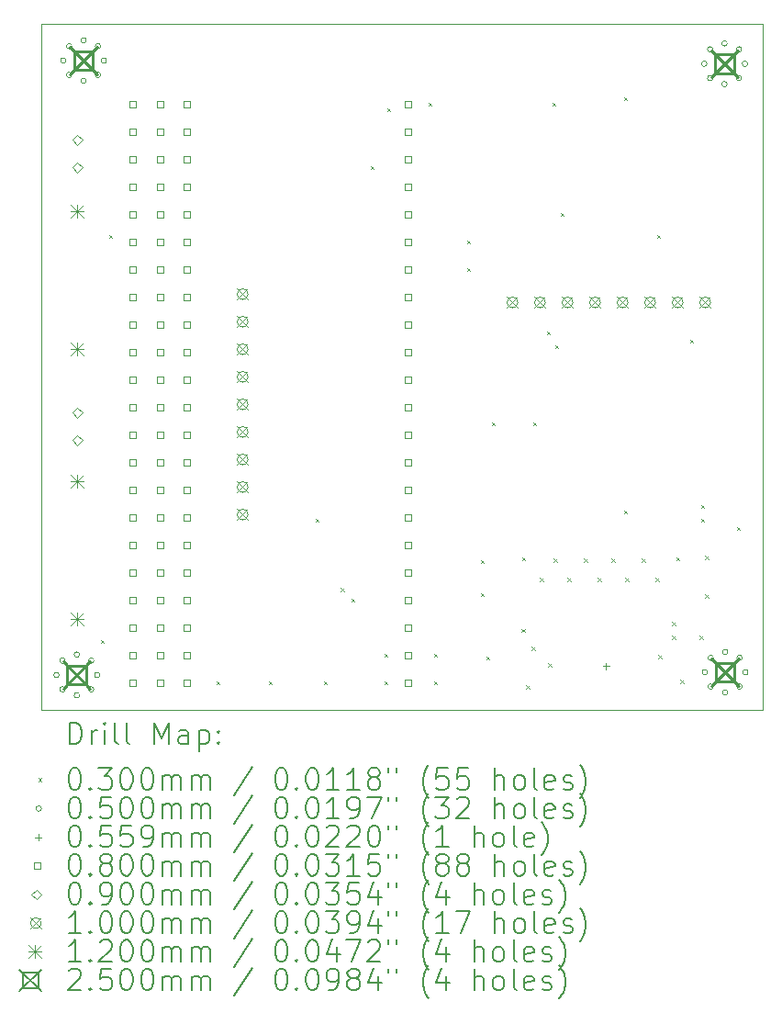
<source format=gbr>
%TF.GenerationSoftware,KiCad,Pcbnew,8.0.2*%
%TF.CreationDate,2024-07-26T13:42:35+02:00*%
%TF.ProjectId,e07-900m10s-breakout,6530372d-3930-4306-9d31-30732d627265,rev?*%
%TF.SameCoordinates,Original*%
%TF.FileFunction,Drillmap*%
%TF.FilePolarity,Positive*%
%FSLAX45Y45*%
G04 Gerber Fmt 4.5, Leading zero omitted, Abs format (unit mm)*
G04 Created by KiCad (PCBNEW 8.0.2) date 2024-07-26 13:42:35*
%MOMM*%
%LPD*%
G01*
G04 APERTURE LIST*
%ADD10C,0.050000*%
%ADD11C,0.200000*%
%ADD12C,0.100000*%
%ADD13C,0.120000*%
%ADD14C,0.250000*%
G04 APERTURE END LIST*
D10*
X9321800Y-6883400D02*
X15976600Y-6883400D01*
X15976600Y-13208000D01*
X9321800Y-13208000D01*
X9321800Y-6883400D01*
D11*
D12*
X9865600Y-12558000D02*
X9895600Y-12588000D01*
X9895600Y-12558000D02*
X9865600Y-12588000D01*
X9941800Y-8824200D02*
X9971800Y-8854200D01*
X9971800Y-8824200D02*
X9941800Y-8854200D01*
X10932400Y-12939000D02*
X10962400Y-12969000D01*
X10962400Y-12939000D02*
X10932400Y-12969000D01*
X11415000Y-12939000D02*
X11445000Y-12969000D01*
X11445000Y-12939000D02*
X11415000Y-12969000D01*
X11846800Y-11440400D02*
X11876800Y-11470400D01*
X11876800Y-11440400D02*
X11846800Y-11470400D01*
X11923000Y-12939000D02*
X11953000Y-12969000D01*
X11953000Y-12939000D02*
X11923000Y-12969000D01*
X12082310Y-12082310D02*
X12112310Y-12112310D01*
X12112310Y-12082310D02*
X12082310Y-12112310D01*
X12177000Y-12177000D02*
X12207000Y-12207000D01*
X12207000Y-12177000D02*
X12177000Y-12207000D01*
X12354800Y-8189200D02*
X12384800Y-8219200D01*
X12384800Y-8189200D02*
X12354800Y-8219200D01*
X12481800Y-12685000D02*
X12511800Y-12715000D01*
X12511800Y-12685000D02*
X12481800Y-12715000D01*
X12481800Y-12939000D02*
X12511800Y-12969000D01*
X12511800Y-12939000D02*
X12481800Y-12969000D01*
X12507200Y-7655800D02*
X12537200Y-7685800D01*
X12537200Y-7655800D02*
X12507200Y-7685800D01*
X12888200Y-7605000D02*
X12918200Y-7635000D01*
X12918200Y-7605000D02*
X12888200Y-7635000D01*
X12939000Y-12685000D02*
X12969000Y-12715000D01*
X12969000Y-12685000D02*
X12939000Y-12715000D01*
X12939000Y-12939000D02*
X12969000Y-12969000D01*
X12969000Y-12939000D02*
X12939000Y-12969000D01*
X13243800Y-8875000D02*
X13273800Y-8905000D01*
X13273800Y-8875000D02*
X13243800Y-8905000D01*
X13243800Y-9129000D02*
X13273800Y-9159000D01*
X13273800Y-9129000D02*
X13243800Y-9159000D01*
X13370800Y-11821400D02*
X13400800Y-11851400D01*
X13400800Y-11821400D02*
X13370800Y-11851400D01*
X13370800Y-12126200D02*
X13400800Y-12156200D01*
X13400800Y-12126200D02*
X13370800Y-12156200D01*
X13421600Y-12710400D02*
X13451600Y-12740400D01*
X13451600Y-12710400D02*
X13421600Y-12740400D01*
X13472400Y-10551400D02*
X13502400Y-10581400D01*
X13502400Y-10551400D02*
X13472400Y-10581400D01*
X13750300Y-12456400D02*
X13780300Y-12486400D01*
X13780300Y-12456400D02*
X13750300Y-12486400D01*
X13751800Y-11796000D02*
X13781800Y-11826000D01*
X13781800Y-11796000D02*
X13751800Y-11826000D01*
X13789900Y-12978800D02*
X13819900Y-13008800D01*
X13819900Y-12978800D02*
X13789900Y-13008800D01*
X13840700Y-12623200D02*
X13870700Y-12653200D01*
X13870700Y-12623200D02*
X13840700Y-12653200D01*
X13853400Y-10551400D02*
X13883400Y-10581400D01*
X13883400Y-10551400D02*
X13853400Y-10581400D01*
X13916900Y-11988200D02*
X13946900Y-12018200D01*
X13946900Y-11988200D02*
X13916900Y-12018200D01*
X13980400Y-9713200D02*
X14010400Y-9743200D01*
X14010400Y-9713200D02*
X13980400Y-9743200D01*
X13993100Y-12775600D02*
X14023100Y-12805600D01*
X14023100Y-12775600D02*
X13993100Y-12805600D01*
X14031200Y-7605000D02*
X14061200Y-7635000D01*
X14061200Y-7605000D02*
X14031200Y-7635000D01*
X14043900Y-11810400D02*
X14073900Y-11840400D01*
X14073900Y-11810400D02*
X14043900Y-11840400D01*
X14056600Y-9840200D02*
X14086600Y-9870200D01*
X14086600Y-9840200D02*
X14056600Y-9870200D01*
X14107400Y-8621000D02*
X14137400Y-8651000D01*
X14137400Y-8621000D02*
X14107400Y-8651000D01*
X14170900Y-11988200D02*
X14200900Y-12018200D01*
X14200900Y-11988200D02*
X14170900Y-12018200D01*
X14323300Y-11810400D02*
X14353300Y-11840400D01*
X14353300Y-11810400D02*
X14323300Y-11840400D01*
X14450300Y-11988200D02*
X14480300Y-12018200D01*
X14480300Y-11988200D02*
X14450300Y-12018200D01*
X14577300Y-11810400D02*
X14607300Y-11840400D01*
X14607300Y-11810400D02*
X14577300Y-11840400D01*
X14691600Y-7554200D02*
X14721600Y-7584200D01*
X14721600Y-7554200D02*
X14691600Y-7584200D01*
X14691600Y-11364200D02*
X14721600Y-11394200D01*
X14721600Y-11364200D02*
X14691600Y-11394200D01*
X14704300Y-11988200D02*
X14734300Y-12018200D01*
X14734300Y-11988200D02*
X14704300Y-12018200D01*
X14856700Y-11810400D02*
X14886700Y-11840400D01*
X14886700Y-11810400D02*
X14856700Y-11840400D01*
X14983700Y-11988200D02*
X15013700Y-12018200D01*
X15013700Y-11988200D02*
X14983700Y-12018200D01*
X14996400Y-8824200D02*
X15026400Y-8854200D01*
X15026400Y-8824200D02*
X14996400Y-8854200D01*
X15009100Y-12699400D02*
X15039100Y-12729400D01*
X15039100Y-12699400D02*
X15009100Y-12729400D01*
X15136100Y-12394600D02*
X15166100Y-12424600D01*
X15166100Y-12394600D02*
X15136100Y-12424600D01*
X15136100Y-12521600D02*
X15166100Y-12551600D01*
X15166100Y-12521600D02*
X15136100Y-12551600D01*
X15174200Y-11796000D02*
X15204200Y-11826000D01*
X15204200Y-11796000D02*
X15174200Y-11826000D01*
X15212300Y-12928000D02*
X15242300Y-12958000D01*
X15242300Y-12928000D02*
X15212300Y-12958000D01*
X15301200Y-9789400D02*
X15331200Y-9819400D01*
X15331200Y-9789400D02*
X15301200Y-9819400D01*
X15390100Y-12521600D02*
X15420100Y-12551600D01*
X15420100Y-12521600D02*
X15390100Y-12551600D01*
X15402800Y-11313400D02*
X15432800Y-11343400D01*
X15432800Y-11313400D02*
X15402800Y-11343400D01*
X15402800Y-11440400D02*
X15432800Y-11470400D01*
X15432800Y-11440400D02*
X15402800Y-11470400D01*
X15440900Y-11785000D02*
X15470900Y-11815000D01*
X15470900Y-11785000D02*
X15440900Y-11815000D01*
X15440900Y-12140600D02*
X15470900Y-12170600D01*
X15470900Y-12140600D02*
X15440900Y-12170600D01*
X15733000Y-11516600D02*
X15763000Y-11546600D01*
X15763000Y-11516600D02*
X15733000Y-11546600D01*
X9483918Y-12883382D02*
G75*
G02*
X9433918Y-12883382I-25000J0D01*
G01*
X9433918Y-12883382D02*
G75*
G02*
X9483918Y-12883382I25000J0D01*
G01*
X9538835Y-12750800D02*
G75*
G02*
X9488835Y-12750800I-25000J0D01*
G01*
X9488835Y-12750800D02*
G75*
G02*
X9538835Y-12750800I25000J0D01*
G01*
X9538835Y-13015965D02*
G75*
G02*
X9488835Y-13015965I-25000J0D01*
G01*
X9488835Y-13015965D02*
G75*
G02*
X9538835Y-13015965I25000J0D01*
G01*
X9545883Y-7219182D02*
G75*
G02*
X9495883Y-7219182I-25000J0D01*
G01*
X9495883Y-7219182D02*
G75*
G02*
X9545883Y-7219182I25000J0D01*
G01*
X9600800Y-7086600D02*
G75*
G02*
X9550800Y-7086600I-25000J0D01*
G01*
X9550800Y-7086600D02*
G75*
G02*
X9600800Y-7086600I25000J0D01*
G01*
X9600800Y-7351765D02*
G75*
G02*
X9550800Y-7351765I-25000J0D01*
G01*
X9550800Y-7351765D02*
G75*
G02*
X9600800Y-7351765I25000J0D01*
G01*
X9671418Y-12695882D02*
G75*
G02*
X9621418Y-12695882I-25000J0D01*
G01*
X9621418Y-12695882D02*
G75*
G02*
X9671418Y-12695882I25000J0D01*
G01*
X9671418Y-13070882D02*
G75*
G02*
X9621418Y-13070882I-25000J0D01*
G01*
X9621418Y-13070882D02*
G75*
G02*
X9671418Y-13070882I25000J0D01*
G01*
X9733383Y-7031682D02*
G75*
G02*
X9683383Y-7031682I-25000J0D01*
G01*
X9683383Y-7031682D02*
G75*
G02*
X9733383Y-7031682I25000J0D01*
G01*
X9733383Y-7406682D02*
G75*
G02*
X9683383Y-7406682I-25000J0D01*
G01*
X9683383Y-7406682D02*
G75*
G02*
X9733383Y-7406682I25000J0D01*
G01*
X9804000Y-12750800D02*
G75*
G02*
X9754000Y-12750800I-25000J0D01*
G01*
X9754000Y-12750800D02*
G75*
G02*
X9804000Y-12750800I25000J0D01*
G01*
X9804000Y-13015965D02*
G75*
G02*
X9754000Y-13015965I-25000J0D01*
G01*
X9754000Y-13015965D02*
G75*
G02*
X9804000Y-13015965I25000J0D01*
G01*
X9858918Y-12883382D02*
G75*
G02*
X9808918Y-12883382I-25000J0D01*
G01*
X9808918Y-12883382D02*
G75*
G02*
X9858918Y-12883382I25000J0D01*
G01*
X9865965Y-7086600D02*
G75*
G02*
X9815965Y-7086600I-25000J0D01*
G01*
X9815965Y-7086600D02*
G75*
G02*
X9865965Y-7086600I25000J0D01*
G01*
X9865965Y-7351765D02*
G75*
G02*
X9815965Y-7351765I-25000J0D01*
G01*
X9815965Y-7351765D02*
G75*
G02*
X9865965Y-7351765I25000J0D01*
G01*
X9920883Y-7219182D02*
G75*
G02*
X9870883Y-7219182I-25000J0D01*
G01*
X9870883Y-7219182D02*
G75*
G02*
X9920883Y-7219182I25000J0D01*
G01*
X15458500Y-7248700D02*
G75*
G02*
X15408500Y-7248700I-25000J0D01*
G01*
X15408500Y-7248700D02*
G75*
G02*
X15458500Y-7248700I25000J0D01*
G01*
X15464082Y-12857982D02*
G75*
G02*
X15414082Y-12857982I-25000J0D01*
G01*
X15414082Y-12857982D02*
G75*
G02*
X15464082Y-12857982I25000J0D01*
G01*
X15513417Y-7116117D02*
G75*
G02*
X15463417Y-7116117I-25000J0D01*
G01*
X15463417Y-7116117D02*
G75*
G02*
X15513417Y-7116117I25000J0D01*
G01*
X15513417Y-7381282D02*
G75*
G02*
X15463417Y-7381282I-25000J0D01*
G01*
X15463417Y-7381282D02*
G75*
G02*
X15513417Y-7381282I25000J0D01*
G01*
X15519000Y-12725400D02*
G75*
G02*
X15469000Y-12725400I-25000J0D01*
G01*
X15469000Y-12725400D02*
G75*
G02*
X15519000Y-12725400I25000J0D01*
G01*
X15519000Y-12990565D02*
G75*
G02*
X15469000Y-12990565I-25000J0D01*
G01*
X15469000Y-12990565D02*
G75*
G02*
X15519000Y-12990565I25000J0D01*
G01*
X15646000Y-7061200D02*
G75*
G02*
X15596000Y-7061200I-25000J0D01*
G01*
X15596000Y-7061200D02*
G75*
G02*
X15646000Y-7061200I25000J0D01*
G01*
X15646000Y-7436200D02*
G75*
G02*
X15596000Y-7436200I-25000J0D01*
G01*
X15596000Y-7436200D02*
G75*
G02*
X15646000Y-7436200I25000J0D01*
G01*
X15651582Y-12670482D02*
G75*
G02*
X15601582Y-12670482I-25000J0D01*
G01*
X15601582Y-12670482D02*
G75*
G02*
X15651582Y-12670482I25000J0D01*
G01*
X15651582Y-13045482D02*
G75*
G02*
X15601582Y-13045482I-25000J0D01*
G01*
X15601582Y-13045482D02*
G75*
G02*
X15651582Y-13045482I25000J0D01*
G01*
X15778582Y-7116117D02*
G75*
G02*
X15728582Y-7116117I-25000J0D01*
G01*
X15728582Y-7116117D02*
G75*
G02*
X15778582Y-7116117I25000J0D01*
G01*
X15778582Y-7381282D02*
G75*
G02*
X15728582Y-7381282I-25000J0D01*
G01*
X15728582Y-7381282D02*
G75*
G02*
X15778582Y-7381282I25000J0D01*
G01*
X15784165Y-12725400D02*
G75*
G02*
X15734165Y-12725400I-25000J0D01*
G01*
X15734165Y-12725400D02*
G75*
G02*
X15784165Y-12725400I25000J0D01*
G01*
X15784165Y-12990565D02*
G75*
G02*
X15734165Y-12990565I-25000J0D01*
G01*
X15734165Y-12990565D02*
G75*
G02*
X15784165Y-12990565I25000J0D01*
G01*
X15833500Y-7248700D02*
G75*
G02*
X15783500Y-7248700I-25000J0D01*
G01*
X15783500Y-7248700D02*
G75*
G02*
X15833500Y-7248700I25000J0D01*
G01*
X15839082Y-12857982D02*
G75*
G02*
X15789082Y-12857982I-25000J0D01*
G01*
X15789082Y-12857982D02*
G75*
G02*
X15839082Y-12857982I25000J0D01*
G01*
X14528800Y-12773660D02*
X14528800Y-12829540D01*
X14500860Y-12801600D02*
X14556740Y-12801600D01*
X10187917Y-12474012D02*
X10187917Y-12417443D01*
X10131348Y-12417443D01*
X10131348Y-12474012D01*
X10187917Y-12474012D01*
X10187917Y-12728012D02*
X10187917Y-12671443D01*
X10131348Y-12671443D01*
X10131348Y-12728012D01*
X10187917Y-12728012D01*
X10187917Y-12982012D02*
X10187917Y-12925443D01*
X10131348Y-12925443D01*
X10131348Y-12982012D01*
X10187917Y-12982012D01*
X10188285Y-7648284D02*
X10188285Y-7591715D01*
X10131716Y-7591715D01*
X10131716Y-7648284D01*
X10188285Y-7648284D01*
X10188285Y-7902284D02*
X10188285Y-7845715D01*
X10131716Y-7845715D01*
X10131716Y-7902284D01*
X10188285Y-7902284D01*
X10188285Y-8156284D02*
X10188285Y-8099715D01*
X10131716Y-8099715D01*
X10131716Y-8156284D01*
X10188285Y-8156284D01*
X10188285Y-8410285D02*
X10188285Y-8353715D01*
X10131716Y-8353715D01*
X10131716Y-8410285D01*
X10188285Y-8410285D01*
X10188285Y-8664285D02*
X10188285Y-8607716D01*
X10131716Y-8607716D01*
X10131716Y-8664285D01*
X10188285Y-8664285D01*
X10188285Y-8918285D02*
X10188285Y-8861716D01*
X10131716Y-8861716D01*
X10131716Y-8918285D01*
X10188285Y-8918285D01*
X10188285Y-9172285D02*
X10188285Y-9115716D01*
X10131716Y-9115716D01*
X10131716Y-9172285D01*
X10188285Y-9172285D01*
X10188285Y-9426285D02*
X10188285Y-9369716D01*
X10131716Y-9369716D01*
X10131716Y-9426285D01*
X10188285Y-9426285D01*
X10188285Y-9680285D02*
X10188285Y-9623716D01*
X10131716Y-9623716D01*
X10131716Y-9680285D01*
X10188285Y-9680285D01*
X10188285Y-9934285D02*
X10188285Y-9877716D01*
X10131716Y-9877716D01*
X10131716Y-9934285D01*
X10188285Y-9934285D01*
X10188285Y-10188285D02*
X10188285Y-10131716D01*
X10131716Y-10131716D01*
X10131716Y-10188285D01*
X10188285Y-10188285D01*
X10188285Y-10442285D02*
X10188285Y-10385716D01*
X10131716Y-10385716D01*
X10131716Y-10442285D01*
X10188285Y-10442285D01*
X10188285Y-10696285D02*
X10188285Y-10639716D01*
X10131716Y-10639716D01*
X10131716Y-10696285D01*
X10188285Y-10696285D01*
X10188285Y-10950285D02*
X10188285Y-10893716D01*
X10131716Y-10893716D01*
X10131716Y-10950285D01*
X10188285Y-10950285D01*
X10188285Y-11204284D02*
X10188285Y-11147716D01*
X10131716Y-11147716D01*
X10131716Y-11204284D01*
X10188285Y-11204284D01*
X10188285Y-11458284D02*
X10188285Y-11401715D01*
X10131716Y-11401715D01*
X10131716Y-11458284D01*
X10188285Y-11458284D01*
X10188285Y-11712284D02*
X10188285Y-11655715D01*
X10131716Y-11655715D01*
X10131716Y-11712284D01*
X10188285Y-11712284D01*
X10188285Y-11966284D02*
X10188285Y-11909715D01*
X10131716Y-11909715D01*
X10131716Y-11966284D01*
X10188285Y-11966284D01*
X10188285Y-12220284D02*
X10188285Y-12163715D01*
X10131716Y-12163715D01*
X10131716Y-12220284D01*
X10188285Y-12220284D01*
X10441917Y-12474012D02*
X10441917Y-12417443D01*
X10385348Y-12417443D01*
X10385348Y-12474012D01*
X10441917Y-12474012D01*
X10441917Y-12728012D02*
X10441917Y-12671443D01*
X10385348Y-12671443D01*
X10385348Y-12728012D01*
X10441917Y-12728012D01*
X10441917Y-12982012D02*
X10441917Y-12925443D01*
X10385348Y-12925443D01*
X10385348Y-12982012D01*
X10441917Y-12982012D01*
X10442285Y-7648284D02*
X10442285Y-7591715D01*
X10385716Y-7591715D01*
X10385716Y-7648284D01*
X10442285Y-7648284D01*
X10442285Y-7902284D02*
X10442285Y-7845715D01*
X10385716Y-7845715D01*
X10385716Y-7902284D01*
X10442285Y-7902284D01*
X10442285Y-8156284D02*
X10442285Y-8099715D01*
X10385716Y-8099715D01*
X10385716Y-8156284D01*
X10442285Y-8156284D01*
X10442285Y-8410285D02*
X10442285Y-8353715D01*
X10385716Y-8353715D01*
X10385716Y-8410285D01*
X10442285Y-8410285D01*
X10442285Y-8664285D02*
X10442285Y-8607716D01*
X10385716Y-8607716D01*
X10385716Y-8664285D01*
X10442285Y-8664285D01*
X10442285Y-8918285D02*
X10442285Y-8861716D01*
X10385716Y-8861716D01*
X10385716Y-8918285D01*
X10442285Y-8918285D01*
X10442285Y-9172285D02*
X10442285Y-9115716D01*
X10385716Y-9115716D01*
X10385716Y-9172285D01*
X10442285Y-9172285D01*
X10442285Y-9426285D02*
X10442285Y-9369716D01*
X10385716Y-9369716D01*
X10385716Y-9426285D01*
X10442285Y-9426285D01*
X10442285Y-9680285D02*
X10442285Y-9623716D01*
X10385716Y-9623716D01*
X10385716Y-9680285D01*
X10442285Y-9680285D01*
X10442285Y-9934285D02*
X10442285Y-9877716D01*
X10385716Y-9877716D01*
X10385716Y-9934285D01*
X10442285Y-9934285D01*
X10442285Y-10188285D02*
X10442285Y-10131716D01*
X10385716Y-10131716D01*
X10385716Y-10188285D01*
X10442285Y-10188285D01*
X10442285Y-10442285D02*
X10442285Y-10385716D01*
X10385716Y-10385716D01*
X10385716Y-10442285D01*
X10442285Y-10442285D01*
X10442285Y-10696285D02*
X10442285Y-10639716D01*
X10385716Y-10639716D01*
X10385716Y-10696285D01*
X10442285Y-10696285D01*
X10442285Y-10950285D02*
X10442285Y-10893716D01*
X10385716Y-10893716D01*
X10385716Y-10950285D01*
X10442285Y-10950285D01*
X10442285Y-11204284D02*
X10442285Y-11147716D01*
X10385716Y-11147716D01*
X10385716Y-11204284D01*
X10442285Y-11204284D01*
X10442285Y-11458284D02*
X10442285Y-11401715D01*
X10385716Y-11401715D01*
X10385716Y-11458284D01*
X10442285Y-11458284D01*
X10442285Y-11712284D02*
X10442285Y-11655715D01*
X10385716Y-11655715D01*
X10385716Y-11712284D01*
X10442285Y-11712284D01*
X10442285Y-11966284D02*
X10442285Y-11909715D01*
X10385716Y-11909715D01*
X10385716Y-11966284D01*
X10442285Y-11966284D01*
X10442285Y-12220284D02*
X10442285Y-12163715D01*
X10385716Y-12163715D01*
X10385716Y-12220284D01*
X10442285Y-12220284D01*
X10690917Y-12476012D02*
X10690917Y-12419443D01*
X10634348Y-12419443D01*
X10634348Y-12476012D01*
X10690917Y-12476012D01*
X10690917Y-12730012D02*
X10690917Y-12673443D01*
X10634348Y-12673443D01*
X10634348Y-12730012D01*
X10690917Y-12730012D01*
X10690917Y-12984012D02*
X10690917Y-12927443D01*
X10634348Y-12927443D01*
X10634348Y-12984012D01*
X10690917Y-12984012D01*
X10691285Y-7650284D02*
X10691285Y-7593715D01*
X10634716Y-7593715D01*
X10634716Y-7650284D01*
X10691285Y-7650284D01*
X10691285Y-7904284D02*
X10691285Y-7847715D01*
X10634716Y-7847715D01*
X10634716Y-7904284D01*
X10691285Y-7904284D01*
X10691285Y-8158284D02*
X10691285Y-8101715D01*
X10634716Y-8101715D01*
X10634716Y-8158284D01*
X10691285Y-8158284D01*
X10691285Y-8412285D02*
X10691285Y-8355715D01*
X10634716Y-8355715D01*
X10634716Y-8412285D01*
X10691285Y-8412285D01*
X10691285Y-8666285D02*
X10691285Y-8609716D01*
X10634716Y-8609716D01*
X10634716Y-8666285D01*
X10691285Y-8666285D01*
X10691285Y-8920285D02*
X10691285Y-8863716D01*
X10634716Y-8863716D01*
X10634716Y-8920285D01*
X10691285Y-8920285D01*
X10691285Y-9174285D02*
X10691285Y-9117716D01*
X10634716Y-9117716D01*
X10634716Y-9174285D01*
X10691285Y-9174285D01*
X10691285Y-9428285D02*
X10691285Y-9371716D01*
X10634716Y-9371716D01*
X10634716Y-9428285D01*
X10691285Y-9428285D01*
X10691285Y-9682285D02*
X10691285Y-9625716D01*
X10634716Y-9625716D01*
X10634716Y-9682285D01*
X10691285Y-9682285D01*
X10691285Y-9936285D02*
X10691285Y-9879716D01*
X10634716Y-9879716D01*
X10634716Y-9936285D01*
X10691285Y-9936285D01*
X10691285Y-10190285D02*
X10691285Y-10133716D01*
X10634716Y-10133716D01*
X10634716Y-10190285D01*
X10691285Y-10190285D01*
X10691285Y-10444285D02*
X10691285Y-10387716D01*
X10634716Y-10387716D01*
X10634716Y-10444285D01*
X10691285Y-10444285D01*
X10691285Y-10698285D02*
X10691285Y-10641716D01*
X10634716Y-10641716D01*
X10634716Y-10698285D01*
X10691285Y-10698285D01*
X10691285Y-10952285D02*
X10691285Y-10895716D01*
X10634716Y-10895716D01*
X10634716Y-10952285D01*
X10691285Y-10952285D01*
X10691285Y-11206284D02*
X10691285Y-11149716D01*
X10634716Y-11149716D01*
X10634716Y-11206284D01*
X10691285Y-11206284D01*
X10691285Y-11460284D02*
X10691285Y-11403715D01*
X10634716Y-11403715D01*
X10634716Y-11460284D01*
X10691285Y-11460284D01*
X10691285Y-11714284D02*
X10691285Y-11657715D01*
X10634716Y-11657715D01*
X10634716Y-11714284D01*
X10691285Y-11714284D01*
X10691285Y-11968284D02*
X10691285Y-11911715D01*
X10634716Y-11911715D01*
X10634716Y-11968284D01*
X10691285Y-11968284D01*
X10691285Y-12222284D02*
X10691285Y-12165715D01*
X10634716Y-12165715D01*
X10634716Y-12222284D01*
X10691285Y-12222284D01*
X12728284Y-7648284D02*
X12728284Y-7591715D01*
X12671715Y-7591715D01*
X12671715Y-7648284D01*
X12728284Y-7648284D01*
X12728284Y-7902284D02*
X12728284Y-7845715D01*
X12671715Y-7845715D01*
X12671715Y-7902284D01*
X12728284Y-7902284D01*
X12728284Y-8156284D02*
X12728284Y-8099715D01*
X12671715Y-8099715D01*
X12671715Y-8156284D01*
X12728284Y-8156284D01*
X12728284Y-8410285D02*
X12728284Y-8353715D01*
X12671715Y-8353715D01*
X12671715Y-8410285D01*
X12728284Y-8410285D01*
X12728284Y-8664285D02*
X12728284Y-8607716D01*
X12671715Y-8607716D01*
X12671715Y-8664285D01*
X12728284Y-8664285D01*
X12728284Y-8918285D02*
X12728284Y-8861716D01*
X12671715Y-8861716D01*
X12671715Y-8918285D01*
X12728284Y-8918285D01*
X12728284Y-9172285D02*
X12728284Y-9115716D01*
X12671715Y-9115716D01*
X12671715Y-9172285D01*
X12728284Y-9172285D01*
X12728284Y-9426285D02*
X12728284Y-9369716D01*
X12671715Y-9369716D01*
X12671715Y-9426285D01*
X12728284Y-9426285D01*
X12728284Y-9680285D02*
X12728284Y-9623716D01*
X12671715Y-9623716D01*
X12671715Y-9680285D01*
X12728284Y-9680285D01*
X12728284Y-9934285D02*
X12728284Y-9877716D01*
X12671715Y-9877716D01*
X12671715Y-9934285D01*
X12728284Y-9934285D01*
X12728284Y-10188285D02*
X12728284Y-10131716D01*
X12671715Y-10131716D01*
X12671715Y-10188285D01*
X12728284Y-10188285D01*
X12728284Y-10442285D02*
X12728284Y-10385716D01*
X12671715Y-10385716D01*
X12671715Y-10442285D01*
X12728284Y-10442285D01*
X12728284Y-10696285D02*
X12728284Y-10639716D01*
X12671715Y-10639716D01*
X12671715Y-10696285D01*
X12728284Y-10696285D01*
X12728284Y-10950285D02*
X12728284Y-10893716D01*
X12671715Y-10893716D01*
X12671715Y-10950285D01*
X12728284Y-10950285D01*
X12728284Y-11204284D02*
X12728284Y-11147716D01*
X12671715Y-11147716D01*
X12671715Y-11204284D01*
X12728284Y-11204284D01*
X12728284Y-11458284D02*
X12728284Y-11401715D01*
X12671715Y-11401715D01*
X12671715Y-11458284D01*
X12728284Y-11458284D01*
X12728284Y-11712284D02*
X12728284Y-11655715D01*
X12671715Y-11655715D01*
X12671715Y-11712284D01*
X12728284Y-11712284D01*
X12728284Y-11966284D02*
X12728284Y-11909715D01*
X12671715Y-11909715D01*
X12671715Y-11966284D01*
X12728284Y-11966284D01*
X12728284Y-12220284D02*
X12728284Y-12163715D01*
X12671715Y-12163715D01*
X12671715Y-12220284D01*
X12728284Y-12220284D01*
X12728284Y-12474284D02*
X12728284Y-12417715D01*
X12671715Y-12417715D01*
X12671715Y-12474284D01*
X12728284Y-12474284D01*
X12728284Y-12728284D02*
X12728284Y-12671715D01*
X12671715Y-12671715D01*
X12671715Y-12728284D01*
X12728284Y-12728284D01*
X12728284Y-12982284D02*
X12728284Y-12925715D01*
X12671715Y-12925715D01*
X12671715Y-12982284D01*
X12728284Y-12982284D01*
X9652000Y-7995200D02*
X9697000Y-7950200D01*
X9652000Y-7905200D01*
X9607000Y-7950200D01*
X9652000Y-7995200D01*
X9652000Y-8249200D02*
X9697000Y-8204200D01*
X9652000Y-8159200D01*
X9607000Y-8204200D01*
X9652000Y-8249200D01*
X9652000Y-10509800D02*
X9697000Y-10464800D01*
X9652000Y-10419800D01*
X9607000Y-10464800D01*
X9652000Y-10509800D01*
X9652000Y-10763800D02*
X9697000Y-10718800D01*
X9652000Y-10673800D01*
X9607000Y-10718800D01*
X9652000Y-10763800D01*
X11126000Y-9322600D02*
X11226000Y-9422600D01*
X11226000Y-9322600D02*
X11126000Y-9422600D01*
X11226000Y-9372600D02*
G75*
G02*
X11126000Y-9372600I-50000J0D01*
G01*
X11126000Y-9372600D02*
G75*
G02*
X11226000Y-9372600I50000J0D01*
G01*
X11126000Y-9576600D02*
X11226000Y-9676600D01*
X11226000Y-9576600D02*
X11126000Y-9676600D01*
X11226000Y-9626600D02*
G75*
G02*
X11126000Y-9626600I-50000J0D01*
G01*
X11126000Y-9626600D02*
G75*
G02*
X11226000Y-9626600I50000J0D01*
G01*
X11126000Y-9830600D02*
X11226000Y-9930600D01*
X11226000Y-9830600D02*
X11126000Y-9930600D01*
X11226000Y-9880600D02*
G75*
G02*
X11126000Y-9880600I-50000J0D01*
G01*
X11126000Y-9880600D02*
G75*
G02*
X11226000Y-9880600I50000J0D01*
G01*
X11126000Y-10084600D02*
X11226000Y-10184600D01*
X11226000Y-10084600D02*
X11126000Y-10184600D01*
X11226000Y-10134600D02*
G75*
G02*
X11126000Y-10134600I-50000J0D01*
G01*
X11126000Y-10134600D02*
G75*
G02*
X11226000Y-10134600I50000J0D01*
G01*
X11126000Y-10338600D02*
X11226000Y-10438600D01*
X11226000Y-10338600D02*
X11126000Y-10438600D01*
X11226000Y-10388600D02*
G75*
G02*
X11126000Y-10388600I-50000J0D01*
G01*
X11126000Y-10388600D02*
G75*
G02*
X11226000Y-10388600I50000J0D01*
G01*
X11126000Y-10592600D02*
X11226000Y-10692600D01*
X11226000Y-10592600D02*
X11126000Y-10692600D01*
X11226000Y-10642600D02*
G75*
G02*
X11126000Y-10642600I-50000J0D01*
G01*
X11126000Y-10642600D02*
G75*
G02*
X11226000Y-10642600I50000J0D01*
G01*
X11126000Y-10846600D02*
X11226000Y-10946600D01*
X11226000Y-10846600D02*
X11126000Y-10946600D01*
X11226000Y-10896600D02*
G75*
G02*
X11126000Y-10896600I-50000J0D01*
G01*
X11126000Y-10896600D02*
G75*
G02*
X11226000Y-10896600I50000J0D01*
G01*
X11126000Y-11100600D02*
X11226000Y-11200600D01*
X11226000Y-11100600D02*
X11126000Y-11200600D01*
X11226000Y-11150600D02*
G75*
G02*
X11126000Y-11150600I-50000J0D01*
G01*
X11126000Y-11150600D02*
G75*
G02*
X11226000Y-11150600I50000J0D01*
G01*
X11126000Y-11354600D02*
X11226000Y-11454600D01*
X11226000Y-11354600D02*
X11126000Y-11454600D01*
X11226000Y-11404600D02*
G75*
G02*
X11126000Y-11404600I-50000J0D01*
G01*
X11126000Y-11404600D02*
G75*
G02*
X11226000Y-11404600I50000J0D01*
G01*
X13615200Y-9398800D02*
X13715200Y-9498800D01*
X13715200Y-9398800D02*
X13615200Y-9498800D01*
X13715200Y-9448800D02*
G75*
G02*
X13615200Y-9448800I-50000J0D01*
G01*
X13615200Y-9448800D02*
G75*
G02*
X13715200Y-9448800I50000J0D01*
G01*
X13869200Y-9398800D02*
X13969200Y-9498800D01*
X13969200Y-9398800D02*
X13869200Y-9498800D01*
X13969200Y-9448800D02*
G75*
G02*
X13869200Y-9448800I-50000J0D01*
G01*
X13869200Y-9448800D02*
G75*
G02*
X13969200Y-9448800I50000J0D01*
G01*
X14123200Y-9398800D02*
X14223200Y-9498800D01*
X14223200Y-9398800D02*
X14123200Y-9498800D01*
X14223200Y-9448800D02*
G75*
G02*
X14123200Y-9448800I-50000J0D01*
G01*
X14123200Y-9448800D02*
G75*
G02*
X14223200Y-9448800I50000J0D01*
G01*
X14377200Y-9398800D02*
X14477200Y-9498800D01*
X14477200Y-9398800D02*
X14377200Y-9498800D01*
X14477200Y-9448800D02*
G75*
G02*
X14377200Y-9448800I-50000J0D01*
G01*
X14377200Y-9448800D02*
G75*
G02*
X14477200Y-9448800I50000J0D01*
G01*
X14631200Y-9398800D02*
X14731200Y-9498800D01*
X14731200Y-9398800D02*
X14631200Y-9498800D01*
X14731200Y-9448800D02*
G75*
G02*
X14631200Y-9448800I-50000J0D01*
G01*
X14631200Y-9448800D02*
G75*
G02*
X14731200Y-9448800I50000J0D01*
G01*
X14885200Y-9398800D02*
X14985200Y-9498800D01*
X14985200Y-9398800D02*
X14885200Y-9498800D01*
X14985200Y-9448800D02*
G75*
G02*
X14885200Y-9448800I-50000J0D01*
G01*
X14885200Y-9448800D02*
G75*
G02*
X14985200Y-9448800I50000J0D01*
G01*
X15139200Y-9398800D02*
X15239200Y-9498800D01*
X15239200Y-9398800D02*
X15139200Y-9498800D01*
X15239200Y-9448800D02*
G75*
G02*
X15139200Y-9448800I-50000J0D01*
G01*
X15139200Y-9448800D02*
G75*
G02*
X15239200Y-9448800I50000J0D01*
G01*
X15393200Y-9398800D02*
X15493200Y-9498800D01*
X15493200Y-9398800D02*
X15393200Y-9498800D01*
X15493200Y-9448800D02*
G75*
G02*
X15393200Y-9448800I-50000J0D01*
G01*
X15393200Y-9448800D02*
G75*
G02*
X15493200Y-9448800I50000J0D01*
G01*
D13*
X9588600Y-8550600D02*
X9708600Y-8670600D01*
X9708600Y-8550600D02*
X9588600Y-8670600D01*
X9648600Y-8550600D02*
X9648600Y-8670600D01*
X9588600Y-8610600D02*
X9708600Y-8610600D01*
X9588600Y-9820600D02*
X9708600Y-9940600D01*
X9708600Y-9820600D02*
X9588600Y-9940600D01*
X9648600Y-9820600D02*
X9648600Y-9940600D01*
X9588600Y-9880600D02*
X9708600Y-9880600D01*
X9592000Y-11039800D02*
X9712000Y-11159800D01*
X9712000Y-11039800D02*
X9592000Y-11159800D01*
X9652000Y-11039800D02*
X9652000Y-11159800D01*
X9592000Y-11099800D02*
X9712000Y-11099800D01*
X9592000Y-12309800D02*
X9712000Y-12429800D01*
X9712000Y-12309800D02*
X9592000Y-12429800D01*
X9652000Y-12309800D02*
X9652000Y-12429800D01*
X9592000Y-12369800D02*
X9712000Y-12369800D01*
D14*
X9521418Y-12758382D02*
X9771418Y-13008382D01*
X9771418Y-12758382D02*
X9521418Y-13008382D01*
X9734807Y-12971772D02*
X9734807Y-12794993D01*
X9558028Y-12794993D01*
X9558028Y-12971772D01*
X9734807Y-12971772D01*
X9583383Y-7094182D02*
X9833383Y-7344182D01*
X9833383Y-7094182D02*
X9583383Y-7344182D01*
X9796772Y-7307572D02*
X9796772Y-7130793D01*
X9619993Y-7130793D01*
X9619993Y-7307572D01*
X9796772Y-7307572D01*
X15496000Y-7123700D02*
X15746000Y-7373700D01*
X15746000Y-7123700D02*
X15496000Y-7373700D01*
X15709389Y-7337089D02*
X15709389Y-7160311D01*
X15532611Y-7160311D01*
X15532611Y-7337089D01*
X15709389Y-7337089D01*
X15501582Y-12732982D02*
X15751582Y-12982982D01*
X15751582Y-12732982D02*
X15501582Y-12982982D01*
X15714972Y-12946372D02*
X15714972Y-12769593D01*
X15538193Y-12769593D01*
X15538193Y-12946372D01*
X15714972Y-12946372D01*
D11*
X9580077Y-13521984D02*
X9580077Y-13321984D01*
X9580077Y-13321984D02*
X9627696Y-13321984D01*
X9627696Y-13321984D02*
X9656267Y-13331508D01*
X9656267Y-13331508D02*
X9675315Y-13350555D01*
X9675315Y-13350555D02*
X9684839Y-13369603D01*
X9684839Y-13369603D02*
X9694363Y-13407698D01*
X9694363Y-13407698D02*
X9694363Y-13436269D01*
X9694363Y-13436269D02*
X9684839Y-13474365D01*
X9684839Y-13474365D02*
X9675315Y-13493412D01*
X9675315Y-13493412D02*
X9656267Y-13512460D01*
X9656267Y-13512460D02*
X9627696Y-13521984D01*
X9627696Y-13521984D02*
X9580077Y-13521984D01*
X9780077Y-13521984D02*
X9780077Y-13388650D01*
X9780077Y-13426746D02*
X9789601Y-13407698D01*
X9789601Y-13407698D02*
X9799124Y-13398174D01*
X9799124Y-13398174D02*
X9818172Y-13388650D01*
X9818172Y-13388650D02*
X9837220Y-13388650D01*
X9903886Y-13521984D02*
X9903886Y-13388650D01*
X9903886Y-13321984D02*
X9894363Y-13331508D01*
X9894363Y-13331508D02*
X9903886Y-13341031D01*
X9903886Y-13341031D02*
X9913410Y-13331508D01*
X9913410Y-13331508D02*
X9903886Y-13321984D01*
X9903886Y-13321984D02*
X9903886Y-13341031D01*
X10027696Y-13521984D02*
X10008648Y-13512460D01*
X10008648Y-13512460D02*
X9999124Y-13493412D01*
X9999124Y-13493412D02*
X9999124Y-13321984D01*
X10132458Y-13521984D02*
X10113410Y-13512460D01*
X10113410Y-13512460D02*
X10103886Y-13493412D01*
X10103886Y-13493412D02*
X10103886Y-13321984D01*
X10361029Y-13521984D02*
X10361029Y-13321984D01*
X10361029Y-13321984D02*
X10427696Y-13464841D01*
X10427696Y-13464841D02*
X10494363Y-13321984D01*
X10494363Y-13321984D02*
X10494363Y-13521984D01*
X10675315Y-13521984D02*
X10675315Y-13417222D01*
X10675315Y-13417222D02*
X10665791Y-13398174D01*
X10665791Y-13398174D02*
X10646744Y-13388650D01*
X10646744Y-13388650D02*
X10608648Y-13388650D01*
X10608648Y-13388650D02*
X10589601Y-13398174D01*
X10675315Y-13512460D02*
X10656267Y-13521984D01*
X10656267Y-13521984D02*
X10608648Y-13521984D01*
X10608648Y-13521984D02*
X10589601Y-13512460D01*
X10589601Y-13512460D02*
X10580077Y-13493412D01*
X10580077Y-13493412D02*
X10580077Y-13474365D01*
X10580077Y-13474365D02*
X10589601Y-13455317D01*
X10589601Y-13455317D02*
X10608648Y-13445793D01*
X10608648Y-13445793D02*
X10656267Y-13445793D01*
X10656267Y-13445793D02*
X10675315Y-13436269D01*
X10770553Y-13388650D02*
X10770553Y-13588650D01*
X10770553Y-13398174D02*
X10789601Y-13388650D01*
X10789601Y-13388650D02*
X10827696Y-13388650D01*
X10827696Y-13388650D02*
X10846744Y-13398174D01*
X10846744Y-13398174D02*
X10856267Y-13407698D01*
X10856267Y-13407698D02*
X10865791Y-13426746D01*
X10865791Y-13426746D02*
X10865791Y-13483888D01*
X10865791Y-13483888D02*
X10856267Y-13502936D01*
X10856267Y-13502936D02*
X10846744Y-13512460D01*
X10846744Y-13512460D02*
X10827696Y-13521984D01*
X10827696Y-13521984D02*
X10789601Y-13521984D01*
X10789601Y-13521984D02*
X10770553Y-13512460D01*
X10951505Y-13502936D02*
X10961029Y-13512460D01*
X10961029Y-13512460D02*
X10951505Y-13521984D01*
X10951505Y-13521984D02*
X10941982Y-13512460D01*
X10941982Y-13512460D02*
X10951505Y-13502936D01*
X10951505Y-13502936D02*
X10951505Y-13521984D01*
X10951505Y-13398174D02*
X10961029Y-13407698D01*
X10961029Y-13407698D02*
X10951505Y-13417222D01*
X10951505Y-13417222D02*
X10941982Y-13407698D01*
X10941982Y-13407698D02*
X10951505Y-13398174D01*
X10951505Y-13398174D02*
X10951505Y-13417222D01*
D12*
X9289300Y-13835500D02*
X9319300Y-13865500D01*
X9319300Y-13835500D02*
X9289300Y-13865500D01*
D11*
X9618172Y-13741984D02*
X9637220Y-13741984D01*
X9637220Y-13741984D02*
X9656267Y-13751508D01*
X9656267Y-13751508D02*
X9665791Y-13761031D01*
X9665791Y-13761031D02*
X9675315Y-13780079D01*
X9675315Y-13780079D02*
X9684839Y-13818174D01*
X9684839Y-13818174D02*
X9684839Y-13865793D01*
X9684839Y-13865793D02*
X9675315Y-13903888D01*
X9675315Y-13903888D02*
X9665791Y-13922936D01*
X9665791Y-13922936D02*
X9656267Y-13932460D01*
X9656267Y-13932460D02*
X9637220Y-13941984D01*
X9637220Y-13941984D02*
X9618172Y-13941984D01*
X9618172Y-13941984D02*
X9599124Y-13932460D01*
X9599124Y-13932460D02*
X9589601Y-13922936D01*
X9589601Y-13922936D02*
X9580077Y-13903888D01*
X9580077Y-13903888D02*
X9570553Y-13865793D01*
X9570553Y-13865793D02*
X9570553Y-13818174D01*
X9570553Y-13818174D02*
X9580077Y-13780079D01*
X9580077Y-13780079D02*
X9589601Y-13761031D01*
X9589601Y-13761031D02*
X9599124Y-13751508D01*
X9599124Y-13751508D02*
X9618172Y-13741984D01*
X9770553Y-13922936D02*
X9780077Y-13932460D01*
X9780077Y-13932460D02*
X9770553Y-13941984D01*
X9770553Y-13941984D02*
X9761029Y-13932460D01*
X9761029Y-13932460D02*
X9770553Y-13922936D01*
X9770553Y-13922936D02*
X9770553Y-13941984D01*
X9846744Y-13741984D02*
X9970553Y-13741984D01*
X9970553Y-13741984D02*
X9903886Y-13818174D01*
X9903886Y-13818174D02*
X9932458Y-13818174D01*
X9932458Y-13818174D02*
X9951505Y-13827698D01*
X9951505Y-13827698D02*
X9961029Y-13837222D01*
X9961029Y-13837222D02*
X9970553Y-13856269D01*
X9970553Y-13856269D02*
X9970553Y-13903888D01*
X9970553Y-13903888D02*
X9961029Y-13922936D01*
X9961029Y-13922936D02*
X9951505Y-13932460D01*
X9951505Y-13932460D02*
X9932458Y-13941984D01*
X9932458Y-13941984D02*
X9875315Y-13941984D01*
X9875315Y-13941984D02*
X9856267Y-13932460D01*
X9856267Y-13932460D02*
X9846744Y-13922936D01*
X10094363Y-13741984D02*
X10113410Y-13741984D01*
X10113410Y-13741984D02*
X10132458Y-13751508D01*
X10132458Y-13751508D02*
X10141982Y-13761031D01*
X10141982Y-13761031D02*
X10151505Y-13780079D01*
X10151505Y-13780079D02*
X10161029Y-13818174D01*
X10161029Y-13818174D02*
X10161029Y-13865793D01*
X10161029Y-13865793D02*
X10151505Y-13903888D01*
X10151505Y-13903888D02*
X10141982Y-13922936D01*
X10141982Y-13922936D02*
X10132458Y-13932460D01*
X10132458Y-13932460D02*
X10113410Y-13941984D01*
X10113410Y-13941984D02*
X10094363Y-13941984D01*
X10094363Y-13941984D02*
X10075315Y-13932460D01*
X10075315Y-13932460D02*
X10065791Y-13922936D01*
X10065791Y-13922936D02*
X10056267Y-13903888D01*
X10056267Y-13903888D02*
X10046744Y-13865793D01*
X10046744Y-13865793D02*
X10046744Y-13818174D01*
X10046744Y-13818174D02*
X10056267Y-13780079D01*
X10056267Y-13780079D02*
X10065791Y-13761031D01*
X10065791Y-13761031D02*
X10075315Y-13751508D01*
X10075315Y-13751508D02*
X10094363Y-13741984D01*
X10284839Y-13741984D02*
X10303886Y-13741984D01*
X10303886Y-13741984D02*
X10322934Y-13751508D01*
X10322934Y-13751508D02*
X10332458Y-13761031D01*
X10332458Y-13761031D02*
X10341982Y-13780079D01*
X10341982Y-13780079D02*
X10351505Y-13818174D01*
X10351505Y-13818174D02*
X10351505Y-13865793D01*
X10351505Y-13865793D02*
X10341982Y-13903888D01*
X10341982Y-13903888D02*
X10332458Y-13922936D01*
X10332458Y-13922936D02*
X10322934Y-13932460D01*
X10322934Y-13932460D02*
X10303886Y-13941984D01*
X10303886Y-13941984D02*
X10284839Y-13941984D01*
X10284839Y-13941984D02*
X10265791Y-13932460D01*
X10265791Y-13932460D02*
X10256267Y-13922936D01*
X10256267Y-13922936D02*
X10246744Y-13903888D01*
X10246744Y-13903888D02*
X10237220Y-13865793D01*
X10237220Y-13865793D02*
X10237220Y-13818174D01*
X10237220Y-13818174D02*
X10246744Y-13780079D01*
X10246744Y-13780079D02*
X10256267Y-13761031D01*
X10256267Y-13761031D02*
X10265791Y-13751508D01*
X10265791Y-13751508D02*
X10284839Y-13741984D01*
X10437220Y-13941984D02*
X10437220Y-13808650D01*
X10437220Y-13827698D02*
X10446744Y-13818174D01*
X10446744Y-13818174D02*
X10465791Y-13808650D01*
X10465791Y-13808650D02*
X10494363Y-13808650D01*
X10494363Y-13808650D02*
X10513410Y-13818174D01*
X10513410Y-13818174D02*
X10522934Y-13837222D01*
X10522934Y-13837222D02*
X10522934Y-13941984D01*
X10522934Y-13837222D02*
X10532458Y-13818174D01*
X10532458Y-13818174D02*
X10551505Y-13808650D01*
X10551505Y-13808650D02*
X10580077Y-13808650D01*
X10580077Y-13808650D02*
X10599125Y-13818174D01*
X10599125Y-13818174D02*
X10608648Y-13837222D01*
X10608648Y-13837222D02*
X10608648Y-13941984D01*
X10703886Y-13941984D02*
X10703886Y-13808650D01*
X10703886Y-13827698D02*
X10713410Y-13818174D01*
X10713410Y-13818174D02*
X10732458Y-13808650D01*
X10732458Y-13808650D02*
X10761029Y-13808650D01*
X10761029Y-13808650D02*
X10780077Y-13818174D01*
X10780077Y-13818174D02*
X10789601Y-13837222D01*
X10789601Y-13837222D02*
X10789601Y-13941984D01*
X10789601Y-13837222D02*
X10799125Y-13818174D01*
X10799125Y-13818174D02*
X10818172Y-13808650D01*
X10818172Y-13808650D02*
X10846744Y-13808650D01*
X10846744Y-13808650D02*
X10865791Y-13818174D01*
X10865791Y-13818174D02*
X10875315Y-13837222D01*
X10875315Y-13837222D02*
X10875315Y-13941984D01*
X11265791Y-13732460D02*
X11094363Y-13989603D01*
X11522934Y-13741984D02*
X11541982Y-13741984D01*
X11541982Y-13741984D02*
X11561029Y-13751508D01*
X11561029Y-13751508D02*
X11570553Y-13761031D01*
X11570553Y-13761031D02*
X11580077Y-13780079D01*
X11580077Y-13780079D02*
X11589601Y-13818174D01*
X11589601Y-13818174D02*
X11589601Y-13865793D01*
X11589601Y-13865793D02*
X11580077Y-13903888D01*
X11580077Y-13903888D02*
X11570553Y-13922936D01*
X11570553Y-13922936D02*
X11561029Y-13932460D01*
X11561029Y-13932460D02*
X11541982Y-13941984D01*
X11541982Y-13941984D02*
X11522934Y-13941984D01*
X11522934Y-13941984D02*
X11503886Y-13932460D01*
X11503886Y-13932460D02*
X11494363Y-13922936D01*
X11494363Y-13922936D02*
X11484839Y-13903888D01*
X11484839Y-13903888D02*
X11475315Y-13865793D01*
X11475315Y-13865793D02*
X11475315Y-13818174D01*
X11475315Y-13818174D02*
X11484839Y-13780079D01*
X11484839Y-13780079D02*
X11494363Y-13761031D01*
X11494363Y-13761031D02*
X11503886Y-13751508D01*
X11503886Y-13751508D02*
X11522934Y-13741984D01*
X11675315Y-13922936D02*
X11684839Y-13932460D01*
X11684839Y-13932460D02*
X11675315Y-13941984D01*
X11675315Y-13941984D02*
X11665791Y-13932460D01*
X11665791Y-13932460D02*
X11675315Y-13922936D01*
X11675315Y-13922936D02*
X11675315Y-13941984D01*
X11808648Y-13741984D02*
X11827696Y-13741984D01*
X11827696Y-13741984D02*
X11846744Y-13751508D01*
X11846744Y-13751508D02*
X11856267Y-13761031D01*
X11856267Y-13761031D02*
X11865791Y-13780079D01*
X11865791Y-13780079D02*
X11875315Y-13818174D01*
X11875315Y-13818174D02*
X11875315Y-13865793D01*
X11875315Y-13865793D02*
X11865791Y-13903888D01*
X11865791Y-13903888D02*
X11856267Y-13922936D01*
X11856267Y-13922936D02*
X11846744Y-13932460D01*
X11846744Y-13932460D02*
X11827696Y-13941984D01*
X11827696Y-13941984D02*
X11808648Y-13941984D01*
X11808648Y-13941984D02*
X11789601Y-13932460D01*
X11789601Y-13932460D02*
X11780077Y-13922936D01*
X11780077Y-13922936D02*
X11770553Y-13903888D01*
X11770553Y-13903888D02*
X11761029Y-13865793D01*
X11761029Y-13865793D02*
X11761029Y-13818174D01*
X11761029Y-13818174D02*
X11770553Y-13780079D01*
X11770553Y-13780079D02*
X11780077Y-13761031D01*
X11780077Y-13761031D02*
X11789601Y-13751508D01*
X11789601Y-13751508D02*
X11808648Y-13741984D01*
X12065791Y-13941984D02*
X11951506Y-13941984D01*
X12008648Y-13941984D02*
X12008648Y-13741984D01*
X12008648Y-13741984D02*
X11989601Y-13770555D01*
X11989601Y-13770555D02*
X11970553Y-13789603D01*
X11970553Y-13789603D02*
X11951506Y-13799127D01*
X12256267Y-13941984D02*
X12141982Y-13941984D01*
X12199125Y-13941984D02*
X12199125Y-13741984D01*
X12199125Y-13741984D02*
X12180077Y-13770555D01*
X12180077Y-13770555D02*
X12161029Y-13789603D01*
X12161029Y-13789603D02*
X12141982Y-13799127D01*
X12370553Y-13827698D02*
X12351506Y-13818174D01*
X12351506Y-13818174D02*
X12341982Y-13808650D01*
X12341982Y-13808650D02*
X12332458Y-13789603D01*
X12332458Y-13789603D02*
X12332458Y-13780079D01*
X12332458Y-13780079D02*
X12341982Y-13761031D01*
X12341982Y-13761031D02*
X12351506Y-13751508D01*
X12351506Y-13751508D02*
X12370553Y-13741984D01*
X12370553Y-13741984D02*
X12408648Y-13741984D01*
X12408648Y-13741984D02*
X12427696Y-13751508D01*
X12427696Y-13751508D02*
X12437220Y-13761031D01*
X12437220Y-13761031D02*
X12446744Y-13780079D01*
X12446744Y-13780079D02*
X12446744Y-13789603D01*
X12446744Y-13789603D02*
X12437220Y-13808650D01*
X12437220Y-13808650D02*
X12427696Y-13818174D01*
X12427696Y-13818174D02*
X12408648Y-13827698D01*
X12408648Y-13827698D02*
X12370553Y-13827698D01*
X12370553Y-13827698D02*
X12351506Y-13837222D01*
X12351506Y-13837222D02*
X12341982Y-13846746D01*
X12341982Y-13846746D02*
X12332458Y-13865793D01*
X12332458Y-13865793D02*
X12332458Y-13903888D01*
X12332458Y-13903888D02*
X12341982Y-13922936D01*
X12341982Y-13922936D02*
X12351506Y-13932460D01*
X12351506Y-13932460D02*
X12370553Y-13941984D01*
X12370553Y-13941984D02*
X12408648Y-13941984D01*
X12408648Y-13941984D02*
X12427696Y-13932460D01*
X12427696Y-13932460D02*
X12437220Y-13922936D01*
X12437220Y-13922936D02*
X12446744Y-13903888D01*
X12446744Y-13903888D02*
X12446744Y-13865793D01*
X12446744Y-13865793D02*
X12437220Y-13846746D01*
X12437220Y-13846746D02*
X12427696Y-13837222D01*
X12427696Y-13837222D02*
X12408648Y-13827698D01*
X12522934Y-13741984D02*
X12522934Y-13780079D01*
X12599125Y-13741984D02*
X12599125Y-13780079D01*
X12894363Y-14018174D02*
X12884839Y-14008650D01*
X12884839Y-14008650D02*
X12865791Y-13980079D01*
X12865791Y-13980079D02*
X12856268Y-13961031D01*
X12856268Y-13961031D02*
X12846744Y-13932460D01*
X12846744Y-13932460D02*
X12837220Y-13884841D01*
X12837220Y-13884841D02*
X12837220Y-13846746D01*
X12837220Y-13846746D02*
X12846744Y-13799127D01*
X12846744Y-13799127D02*
X12856268Y-13770555D01*
X12856268Y-13770555D02*
X12865791Y-13751508D01*
X12865791Y-13751508D02*
X12884839Y-13722936D01*
X12884839Y-13722936D02*
X12894363Y-13713412D01*
X13065791Y-13741984D02*
X12970553Y-13741984D01*
X12970553Y-13741984D02*
X12961029Y-13837222D01*
X12961029Y-13837222D02*
X12970553Y-13827698D01*
X12970553Y-13827698D02*
X12989601Y-13818174D01*
X12989601Y-13818174D02*
X13037220Y-13818174D01*
X13037220Y-13818174D02*
X13056268Y-13827698D01*
X13056268Y-13827698D02*
X13065791Y-13837222D01*
X13065791Y-13837222D02*
X13075315Y-13856269D01*
X13075315Y-13856269D02*
X13075315Y-13903888D01*
X13075315Y-13903888D02*
X13065791Y-13922936D01*
X13065791Y-13922936D02*
X13056268Y-13932460D01*
X13056268Y-13932460D02*
X13037220Y-13941984D01*
X13037220Y-13941984D02*
X12989601Y-13941984D01*
X12989601Y-13941984D02*
X12970553Y-13932460D01*
X12970553Y-13932460D02*
X12961029Y-13922936D01*
X13256268Y-13741984D02*
X13161029Y-13741984D01*
X13161029Y-13741984D02*
X13151506Y-13837222D01*
X13151506Y-13837222D02*
X13161029Y-13827698D01*
X13161029Y-13827698D02*
X13180077Y-13818174D01*
X13180077Y-13818174D02*
X13227696Y-13818174D01*
X13227696Y-13818174D02*
X13246744Y-13827698D01*
X13246744Y-13827698D02*
X13256268Y-13837222D01*
X13256268Y-13837222D02*
X13265791Y-13856269D01*
X13265791Y-13856269D02*
X13265791Y-13903888D01*
X13265791Y-13903888D02*
X13256268Y-13922936D01*
X13256268Y-13922936D02*
X13246744Y-13932460D01*
X13246744Y-13932460D02*
X13227696Y-13941984D01*
X13227696Y-13941984D02*
X13180077Y-13941984D01*
X13180077Y-13941984D02*
X13161029Y-13932460D01*
X13161029Y-13932460D02*
X13151506Y-13922936D01*
X13503887Y-13941984D02*
X13503887Y-13741984D01*
X13589601Y-13941984D02*
X13589601Y-13837222D01*
X13589601Y-13837222D02*
X13580077Y-13818174D01*
X13580077Y-13818174D02*
X13561030Y-13808650D01*
X13561030Y-13808650D02*
X13532458Y-13808650D01*
X13532458Y-13808650D02*
X13513410Y-13818174D01*
X13513410Y-13818174D02*
X13503887Y-13827698D01*
X13713410Y-13941984D02*
X13694363Y-13932460D01*
X13694363Y-13932460D02*
X13684839Y-13922936D01*
X13684839Y-13922936D02*
X13675315Y-13903888D01*
X13675315Y-13903888D02*
X13675315Y-13846746D01*
X13675315Y-13846746D02*
X13684839Y-13827698D01*
X13684839Y-13827698D02*
X13694363Y-13818174D01*
X13694363Y-13818174D02*
X13713410Y-13808650D01*
X13713410Y-13808650D02*
X13741982Y-13808650D01*
X13741982Y-13808650D02*
X13761030Y-13818174D01*
X13761030Y-13818174D02*
X13770553Y-13827698D01*
X13770553Y-13827698D02*
X13780077Y-13846746D01*
X13780077Y-13846746D02*
X13780077Y-13903888D01*
X13780077Y-13903888D02*
X13770553Y-13922936D01*
X13770553Y-13922936D02*
X13761030Y-13932460D01*
X13761030Y-13932460D02*
X13741982Y-13941984D01*
X13741982Y-13941984D02*
X13713410Y-13941984D01*
X13894363Y-13941984D02*
X13875315Y-13932460D01*
X13875315Y-13932460D02*
X13865791Y-13913412D01*
X13865791Y-13913412D02*
X13865791Y-13741984D01*
X14046744Y-13932460D02*
X14027696Y-13941984D01*
X14027696Y-13941984D02*
X13989601Y-13941984D01*
X13989601Y-13941984D02*
X13970553Y-13932460D01*
X13970553Y-13932460D02*
X13961030Y-13913412D01*
X13961030Y-13913412D02*
X13961030Y-13837222D01*
X13961030Y-13837222D02*
X13970553Y-13818174D01*
X13970553Y-13818174D02*
X13989601Y-13808650D01*
X13989601Y-13808650D02*
X14027696Y-13808650D01*
X14027696Y-13808650D02*
X14046744Y-13818174D01*
X14046744Y-13818174D02*
X14056268Y-13837222D01*
X14056268Y-13837222D02*
X14056268Y-13856269D01*
X14056268Y-13856269D02*
X13961030Y-13875317D01*
X14132458Y-13932460D02*
X14151506Y-13941984D01*
X14151506Y-13941984D02*
X14189601Y-13941984D01*
X14189601Y-13941984D02*
X14208649Y-13932460D01*
X14208649Y-13932460D02*
X14218172Y-13913412D01*
X14218172Y-13913412D02*
X14218172Y-13903888D01*
X14218172Y-13903888D02*
X14208649Y-13884841D01*
X14208649Y-13884841D02*
X14189601Y-13875317D01*
X14189601Y-13875317D02*
X14161030Y-13875317D01*
X14161030Y-13875317D02*
X14141982Y-13865793D01*
X14141982Y-13865793D02*
X14132458Y-13846746D01*
X14132458Y-13846746D02*
X14132458Y-13837222D01*
X14132458Y-13837222D02*
X14141982Y-13818174D01*
X14141982Y-13818174D02*
X14161030Y-13808650D01*
X14161030Y-13808650D02*
X14189601Y-13808650D01*
X14189601Y-13808650D02*
X14208649Y-13818174D01*
X14284839Y-14018174D02*
X14294363Y-14008650D01*
X14294363Y-14008650D02*
X14313411Y-13980079D01*
X14313411Y-13980079D02*
X14322934Y-13961031D01*
X14322934Y-13961031D02*
X14332458Y-13932460D01*
X14332458Y-13932460D02*
X14341982Y-13884841D01*
X14341982Y-13884841D02*
X14341982Y-13846746D01*
X14341982Y-13846746D02*
X14332458Y-13799127D01*
X14332458Y-13799127D02*
X14322934Y-13770555D01*
X14322934Y-13770555D02*
X14313411Y-13751508D01*
X14313411Y-13751508D02*
X14294363Y-13722936D01*
X14294363Y-13722936D02*
X14284839Y-13713412D01*
D12*
X9319300Y-14114500D02*
G75*
G02*
X9269300Y-14114500I-25000J0D01*
G01*
X9269300Y-14114500D02*
G75*
G02*
X9319300Y-14114500I25000J0D01*
G01*
D11*
X9618172Y-14005984D02*
X9637220Y-14005984D01*
X9637220Y-14005984D02*
X9656267Y-14015508D01*
X9656267Y-14015508D02*
X9665791Y-14025031D01*
X9665791Y-14025031D02*
X9675315Y-14044079D01*
X9675315Y-14044079D02*
X9684839Y-14082174D01*
X9684839Y-14082174D02*
X9684839Y-14129793D01*
X9684839Y-14129793D02*
X9675315Y-14167888D01*
X9675315Y-14167888D02*
X9665791Y-14186936D01*
X9665791Y-14186936D02*
X9656267Y-14196460D01*
X9656267Y-14196460D02*
X9637220Y-14205984D01*
X9637220Y-14205984D02*
X9618172Y-14205984D01*
X9618172Y-14205984D02*
X9599124Y-14196460D01*
X9599124Y-14196460D02*
X9589601Y-14186936D01*
X9589601Y-14186936D02*
X9580077Y-14167888D01*
X9580077Y-14167888D02*
X9570553Y-14129793D01*
X9570553Y-14129793D02*
X9570553Y-14082174D01*
X9570553Y-14082174D02*
X9580077Y-14044079D01*
X9580077Y-14044079D02*
X9589601Y-14025031D01*
X9589601Y-14025031D02*
X9599124Y-14015508D01*
X9599124Y-14015508D02*
X9618172Y-14005984D01*
X9770553Y-14186936D02*
X9780077Y-14196460D01*
X9780077Y-14196460D02*
X9770553Y-14205984D01*
X9770553Y-14205984D02*
X9761029Y-14196460D01*
X9761029Y-14196460D02*
X9770553Y-14186936D01*
X9770553Y-14186936D02*
X9770553Y-14205984D01*
X9961029Y-14005984D02*
X9865791Y-14005984D01*
X9865791Y-14005984D02*
X9856267Y-14101222D01*
X9856267Y-14101222D02*
X9865791Y-14091698D01*
X9865791Y-14091698D02*
X9884839Y-14082174D01*
X9884839Y-14082174D02*
X9932458Y-14082174D01*
X9932458Y-14082174D02*
X9951505Y-14091698D01*
X9951505Y-14091698D02*
X9961029Y-14101222D01*
X9961029Y-14101222D02*
X9970553Y-14120269D01*
X9970553Y-14120269D02*
X9970553Y-14167888D01*
X9970553Y-14167888D02*
X9961029Y-14186936D01*
X9961029Y-14186936D02*
X9951505Y-14196460D01*
X9951505Y-14196460D02*
X9932458Y-14205984D01*
X9932458Y-14205984D02*
X9884839Y-14205984D01*
X9884839Y-14205984D02*
X9865791Y-14196460D01*
X9865791Y-14196460D02*
X9856267Y-14186936D01*
X10094363Y-14005984D02*
X10113410Y-14005984D01*
X10113410Y-14005984D02*
X10132458Y-14015508D01*
X10132458Y-14015508D02*
X10141982Y-14025031D01*
X10141982Y-14025031D02*
X10151505Y-14044079D01*
X10151505Y-14044079D02*
X10161029Y-14082174D01*
X10161029Y-14082174D02*
X10161029Y-14129793D01*
X10161029Y-14129793D02*
X10151505Y-14167888D01*
X10151505Y-14167888D02*
X10141982Y-14186936D01*
X10141982Y-14186936D02*
X10132458Y-14196460D01*
X10132458Y-14196460D02*
X10113410Y-14205984D01*
X10113410Y-14205984D02*
X10094363Y-14205984D01*
X10094363Y-14205984D02*
X10075315Y-14196460D01*
X10075315Y-14196460D02*
X10065791Y-14186936D01*
X10065791Y-14186936D02*
X10056267Y-14167888D01*
X10056267Y-14167888D02*
X10046744Y-14129793D01*
X10046744Y-14129793D02*
X10046744Y-14082174D01*
X10046744Y-14082174D02*
X10056267Y-14044079D01*
X10056267Y-14044079D02*
X10065791Y-14025031D01*
X10065791Y-14025031D02*
X10075315Y-14015508D01*
X10075315Y-14015508D02*
X10094363Y-14005984D01*
X10284839Y-14005984D02*
X10303886Y-14005984D01*
X10303886Y-14005984D02*
X10322934Y-14015508D01*
X10322934Y-14015508D02*
X10332458Y-14025031D01*
X10332458Y-14025031D02*
X10341982Y-14044079D01*
X10341982Y-14044079D02*
X10351505Y-14082174D01*
X10351505Y-14082174D02*
X10351505Y-14129793D01*
X10351505Y-14129793D02*
X10341982Y-14167888D01*
X10341982Y-14167888D02*
X10332458Y-14186936D01*
X10332458Y-14186936D02*
X10322934Y-14196460D01*
X10322934Y-14196460D02*
X10303886Y-14205984D01*
X10303886Y-14205984D02*
X10284839Y-14205984D01*
X10284839Y-14205984D02*
X10265791Y-14196460D01*
X10265791Y-14196460D02*
X10256267Y-14186936D01*
X10256267Y-14186936D02*
X10246744Y-14167888D01*
X10246744Y-14167888D02*
X10237220Y-14129793D01*
X10237220Y-14129793D02*
X10237220Y-14082174D01*
X10237220Y-14082174D02*
X10246744Y-14044079D01*
X10246744Y-14044079D02*
X10256267Y-14025031D01*
X10256267Y-14025031D02*
X10265791Y-14015508D01*
X10265791Y-14015508D02*
X10284839Y-14005984D01*
X10437220Y-14205984D02*
X10437220Y-14072650D01*
X10437220Y-14091698D02*
X10446744Y-14082174D01*
X10446744Y-14082174D02*
X10465791Y-14072650D01*
X10465791Y-14072650D02*
X10494363Y-14072650D01*
X10494363Y-14072650D02*
X10513410Y-14082174D01*
X10513410Y-14082174D02*
X10522934Y-14101222D01*
X10522934Y-14101222D02*
X10522934Y-14205984D01*
X10522934Y-14101222D02*
X10532458Y-14082174D01*
X10532458Y-14082174D02*
X10551505Y-14072650D01*
X10551505Y-14072650D02*
X10580077Y-14072650D01*
X10580077Y-14072650D02*
X10599125Y-14082174D01*
X10599125Y-14082174D02*
X10608648Y-14101222D01*
X10608648Y-14101222D02*
X10608648Y-14205984D01*
X10703886Y-14205984D02*
X10703886Y-14072650D01*
X10703886Y-14091698D02*
X10713410Y-14082174D01*
X10713410Y-14082174D02*
X10732458Y-14072650D01*
X10732458Y-14072650D02*
X10761029Y-14072650D01*
X10761029Y-14072650D02*
X10780077Y-14082174D01*
X10780077Y-14082174D02*
X10789601Y-14101222D01*
X10789601Y-14101222D02*
X10789601Y-14205984D01*
X10789601Y-14101222D02*
X10799125Y-14082174D01*
X10799125Y-14082174D02*
X10818172Y-14072650D01*
X10818172Y-14072650D02*
X10846744Y-14072650D01*
X10846744Y-14072650D02*
X10865791Y-14082174D01*
X10865791Y-14082174D02*
X10875315Y-14101222D01*
X10875315Y-14101222D02*
X10875315Y-14205984D01*
X11265791Y-13996460D02*
X11094363Y-14253603D01*
X11522934Y-14005984D02*
X11541982Y-14005984D01*
X11541982Y-14005984D02*
X11561029Y-14015508D01*
X11561029Y-14015508D02*
X11570553Y-14025031D01*
X11570553Y-14025031D02*
X11580077Y-14044079D01*
X11580077Y-14044079D02*
X11589601Y-14082174D01*
X11589601Y-14082174D02*
X11589601Y-14129793D01*
X11589601Y-14129793D02*
X11580077Y-14167888D01*
X11580077Y-14167888D02*
X11570553Y-14186936D01*
X11570553Y-14186936D02*
X11561029Y-14196460D01*
X11561029Y-14196460D02*
X11541982Y-14205984D01*
X11541982Y-14205984D02*
X11522934Y-14205984D01*
X11522934Y-14205984D02*
X11503886Y-14196460D01*
X11503886Y-14196460D02*
X11494363Y-14186936D01*
X11494363Y-14186936D02*
X11484839Y-14167888D01*
X11484839Y-14167888D02*
X11475315Y-14129793D01*
X11475315Y-14129793D02*
X11475315Y-14082174D01*
X11475315Y-14082174D02*
X11484839Y-14044079D01*
X11484839Y-14044079D02*
X11494363Y-14025031D01*
X11494363Y-14025031D02*
X11503886Y-14015508D01*
X11503886Y-14015508D02*
X11522934Y-14005984D01*
X11675315Y-14186936D02*
X11684839Y-14196460D01*
X11684839Y-14196460D02*
X11675315Y-14205984D01*
X11675315Y-14205984D02*
X11665791Y-14196460D01*
X11665791Y-14196460D02*
X11675315Y-14186936D01*
X11675315Y-14186936D02*
X11675315Y-14205984D01*
X11808648Y-14005984D02*
X11827696Y-14005984D01*
X11827696Y-14005984D02*
X11846744Y-14015508D01*
X11846744Y-14015508D02*
X11856267Y-14025031D01*
X11856267Y-14025031D02*
X11865791Y-14044079D01*
X11865791Y-14044079D02*
X11875315Y-14082174D01*
X11875315Y-14082174D02*
X11875315Y-14129793D01*
X11875315Y-14129793D02*
X11865791Y-14167888D01*
X11865791Y-14167888D02*
X11856267Y-14186936D01*
X11856267Y-14186936D02*
X11846744Y-14196460D01*
X11846744Y-14196460D02*
X11827696Y-14205984D01*
X11827696Y-14205984D02*
X11808648Y-14205984D01*
X11808648Y-14205984D02*
X11789601Y-14196460D01*
X11789601Y-14196460D02*
X11780077Y-14186936D01*
X11780077Y-14186936D02*
X11770553Y-14167888D01*
X11770553Y-14167888D02*
X11761029Y-14129793D01*
X11761029Y-14129793D02*
X11761029Y-14082174D01*
X11761029Y-14082174D02*
X11770553Y-14044079D01*
X11770553Y-14044079D02*
X11780077Y-14025031D01*
X11780077Y-14025031D02*
X11789601Y-14015508D01*
X11789601Y-14015508D02*
X11808648Y-14005984D01*
X12065791Y-14205984D02*
X11951506Y-14205984D01*
X12008648Y-14205984D02*
X12008648Y-14005984D01*
X12008648Y-14005984D02*
X11989601Y-14034555D01*
X11989601Y-14034555D02*
X11970553Y-14053603D01*
X11970553Y-14053603D02*
X11951506Y-14063127D01*
X12161029Y-14205984D02*
X12199125Y-14205984D01*
X12199125Y-14205984D02*
X12218172Y-14196460D01*
X12218172Y-14196460D02*
X12227696Y-14186936D01*
X12227696Y-14186936D02*
X12246744Y-14158365D01*
X12246744Y-14158365D02*
X12256267Y-14120269D01*
X12256267Y-14120269D02*
X12256267Y-14044079D01*
X12256267Y-14044079D02*
X12246744Y-14025031D01*
X12246744Y-14025031D02*
X12237220Y-14015508D01*
X12237220Y-14015508D02*
X12218172Y-14005984D01*
X12218172Y-14005984D02*
X12180077Y-14005984D01*
X12180077Y-14005984D02*
X12161029Y-14015508D01*
X12161029Y-14015508D02*
X12151506Y-14025031D01*
X12151506Y-14025031D02*
X12141982Y-14044079D01*
X12141982Y-14044079D02*
X12141982Y-14091698D01*
X12141982Y-14091698D02*
X12151506Y-14110746D01*
X12151506Y-14110746D02*
X12161029Y-14120269D01*
X12161029Y-14120269D02*
X12180077Y-14129793D01*
X12180077Y-14129793D02*
X12218172Y-14129793D01*
X12218172Y-14129793D02*
X12237220Y-14120269D01*
X12237220Y-14120269D02*
X12246744Y-14110746D01*
X12246744Y-14110746D02*
X12256267Y-14091698D01*
X12322934Y-14005984D02*
X12456267Y-14005984D01*
X12456267Y-14005984D02*
X12370553Y-14205984D01*
X12522934Y-14005984D02*
X12522934Y-14044079D01*
X12599125Y-14005984D02*
X12599125Y-14044079D01*
X12894363Y-14282174D02*
X12884839Y-14272650D01*
X12884839Y-14272650D02*
X12865791Y-14244079D01*
X12865791Y-14244079D02*
X12856268Y-14225031D01*
X12856268Y-14225031D02*
X12846744Y-14196460D01*
X12846744Y-14196460D02*
X12837220Y-14148841D01*
X12837220Y-14148841D02*
X12837220Y-14110746D01*
X12837220Y-14110746D02*
X12846744Y-14063127D01*
X12846744Y-14063127D02*
X12856268Y-14034555D01*
X12856268Y-14034555D02*
X12865791Y-14015508D01*
X12865791Y-14015508D02*
X12884839Y-13986936D01*
X12884839Y-13986936D02*
X12894363Y-13977412D01*
X12951506Y-14005984D02*
X13075315Y-14005984D01*
X13075315Y-14005984D02*
X13008648Y-14082174D01*
X13008648Y-14082174D02*
X13037220Y-14082174D01*
X13037220Y-14082174D02*
X13056268Y-14091698D01*
X13056268Y-14091698D02*
X13065791Y-14101222D01*
X13065791Y-14101222D02*
X13075315Y-14120269D01*
X13075315Y-14120269D02*
X13075315Y-14167888D01*
X13075315Y-14167888D02*
X13065791Y-14186936D01*
X13065791Y-14186936D02*
X13056268Y-14196460D01*
X13056268Y-14196460D02*
X13037220Y-14205984D01*
X13037220Y-14205984D02*
X12980077Y-14205984D01*
X12980077Y-14205984D02*
X12961029Y-14196460D01*
X12961029Y-14196460D02*
X12951506Y-14186936D01*
X13151506Y-14025031D02*
X13161029Y-14015508D01*
X13161029Y-14015508D02*
X13180077Y-14005984D01*
X13180077Y-14005984D02*
X13227696Y-14005984D01*
X13227696Y-14005984D02*
X13246744Y-14015508D01*
X13246744Y-14015508D02*
X13256268Y-14025031D01*
X13256268Y-14025031D02*
X13265791Y-14044079D01*
X13265791Y-14044079D02*
X13265791Y-14063127D01*
X13265791Y-14063127D02*
X13256268Y-14091698D01*
X13256268Y-14091698D02*
X13141982Y-14205984D01*
X13141982Y-14205984D02*
X13265791Y-14205984D01*
X13503887Y-14205984D02*
X13503887Y-14005984D01*
X13589601Y-14205984D02*
X13589601Y-14101222D01*
X13589601Y-14101222D02*
X13580077Y-14082174D01*
X13580077Y-14082174D02*
X13561030Y-14072650D01*
X13561030Y-14072650D02*
X13532458Y-14072650D01*
X13532458Y-14072650D02*
X13513410Y-14082174D01*
X13513410Y-14082174D02*
X13503887Y-14091698D01*
X13713410Y-14205984D02*
X13694363Y-14196460D01*
X13694363Y-14196460D02*
X13684839Y-14186936D01*
X13684839Y-14186936D02*
X13675315Y-14167888D01*
X13675315Y-14167888D02*
X13675315Y-14110746D01*
X13675315Y-14110746D02*
X13684839Y-14091698D01*
X13684839Y-14091698D02*
X13694363Y-14082174D01*
X13694363Y-14082174D02*
X13713410Y-14072650D01*
X13713410Y-14072650D02*
X13741982Y-14072650D01*
X13741982Y-14072650D02*
X13761030Y-14082174D01*
X13761030Y-14082174D02*
X13770553Y-14091698D01*
X13770553Y-14091698D02*
X13780077Y-14110746D01*
X13780077Y-14110746D02*
X13780077Y-14167888D01*
X13780077Y-14167888D02*
X13770553Y-14186936D01*
X13770553Y-14186936D02*
X13761030Y-14196460D01*
X13761030Y-14196460D02*
X13741982Y-14205984D01*
X13741982Y-14205984D02*
X13713410Y-14205984D01*
X13894363Y-14205984D02*
X13875315Y-14196460D01*
X13875315Y-14196460D02*
X13865791Y-14177412D01*
X13865791Y-14177412D02*
X13865791Y-14005984D01*
X14046744Y-14196460D02*
X14027696Y-14205984D01*
X14027696Y-14205984D02*
X13989601Y-14205984D01*
X13989601Y-14205984D02*
X13970553Y-14196460D01*
X13970553Y-14196460D02*
X13961030Y-14177412D01*
X13961030Y-14177412D02*
X13961030Y-14101222D01*
X13961030Y-14101222D02*
X13970553Y-14082174D01*
X13970553Y-14082174D02*
X13989601Y-14072650D01*
X13989601Y-14072650D02*
X14027696Y-14072650D01*
X14027696Y-14072650D02*
X14046744Y-14082174D01*
X14046744Y-14082174D02*
X14056268Y-14101222D01*
X14056268Y-14101222D02*
X14056268Y-14120269D01*
X14056268Y-14120269D02*
X13961030Y-14139317D01*
X14132458Y-14196460D02*
X14151506Y-14205984D01*
X14151506Y-14205984D02*
X14189601Y-14205984D01*
X14189601Y-14205984D02*
X14208649Y-14196460D01*
X14208649Y-14196460D02*
X14218172Y-14177412D01*
X14218172Y-14177412D02*
X14218172Y-14167888D01*
X14218172Y-14167888D02*
X14208649Y-14148841D01*
X14208649Y-14148841D02*
X14189601Y-14139317D01*
X14189601Y-14139317D02*
X14161030Y-14139317D01*
X14161030Y-14139317D02*
X14141982Y-14129793D01*
X14141982Y-14129793D02*
X14132458Y-14110746D01*
X14132458Y-14110746D02*
X14132458Y-14101222D01*
X14132458Y-14101222D02*
X14141982Y-14082174D01*
X14141982Y-14082174D02*
X14161030Y-14072650D01*
X14161030Y-14072650D02*
X14189601Y-14072650D01*
X14189601Y-14072650D02*
X14208649Y-14082174D01*
X14284839Y-14282174D02*
X14294363Y-14272650D01*
X14294363Y-14272650D02*
X14313411Y-14244079D01*
X14313411Y-14244079D02*
X14322934Y-14225031D01*
X14322934Y-14225031D02*
X14332458Y-14196460D01*
X14332458Y-14196460D02*
X14341982Y-14148841D01*
X14341982Y-14148841D02*
X14341982Y-14110746D01*
X14341982Y-14110746D02*
X14332458Y-14063127D01*
X14332458Y-14063127D02*
X14322934Y-14034555D01*
X14322934Y-14034555D02*
X14313411Y-14015508D01*
X14313411Y-14015508D02*
X14294363Y-13986936D01*
X14294363Y-13986936D02*
X14284839Y-13977412D01*
D12*
X9291360Y-14350560D02*
X9291360Y-14406440D01*
X9263420Y-14378500D02*
X9319300Y-14378500D01*
D11*
X9618172Y-14269984D02*
X9637220Y-14269984D01*
X9637220Y-14269984D02*
X9656267Y-14279508D01*
X9656267Y-14279508D02*
X9665791Y-14289031D01*
X9665791Y-14289031D02*
X9675315Y-14308079D01*
X9675315Y-14308079D02*
X9684839Y-14346174D01*
X9684839Y-14346174D02*
X9684839Y-14393793D01*
X9684839Y-14393793D02*
X9675315Y-14431888D01*
X9675315Y-14431888D02*
X9665791Y-14450936D01*
X9665791Y-14450936D02*
X9656267Y-14460460D01*
X9656267Y-14460460D02*
X9637220Y-14469984D01*
X9637220Y-14469984D02*
X9618172Y-14469984D01*
X9618172Y-14469984D02*
X9599124Y-14460460D01*
X9599124Y-14460460D02*
X9589601Y-14450936D01*
X9589601Y-14450936D02*
X9580077Y-14431888D01*
X9580077Y-14431888D02*
X9570553Y-14393793D01*
X9570553Y-14393793D02*
X9570553Y-14346174D01*
X9570553Y-14346174D02*
X9580077Y-14308079D01*
X9580077Y-14308079D02*
X9589601Y-14289031D01*
X9589601Y-14289031D02*
X9599124Y-14279508D01*
X9599124Y-14279508D02*
X9618172Y-14269984D01*
X9770553Y-14450936D02*
X9780077Y-14460460D01*
X9780077Y-14460460D02*
X9770553Y-14469984D01*
X9770553Y-14469984D02*
X9761029Y-14460460D01*
X9761029Y-14460460D02*
X9770553Y-14450936D01*
X9770553Y-14450936D02*
X9770553Y-14469984D01*
X9961029Y-14269984D02*
X9865791Y-14269984D01*
X9865791Y-14269984D02*
X9856267Y-14365222D01*
X9856267Y-14365222D02*
X9865791Y-14355698D01*
X9865791Y-14355698D02*
X9884839Y-14346174D01*
X9884839Y-14346174D02*
X9932458Y-14346174D01*
X9932458Y-14346174D02*
X9951505Y-14355698D01*
X9951505Y-14355698D02*
X9961029Y-14365222D01*
X9961029Y-14365222D02*
X9970553Y-14384269D01*
X9970553Y-14384269D02*
X9970553Y-14431888D01*
X9970553Y-14431888D02*
X9961029Y-14450936D01*
X9961029Y-14450936D02*
X9951505Y-14460460D01*
X9951505Y-14460460D02*
X9932458Y-14469984D01*
X9932458Y-14469984D02*
X9884839Y-14469984D01*
X9884839Y-14469984D02*
X9865791Y-14460460D01*
X9865791Y-14460460D02*
X9856267Y-14450936D01*
X10151505Y-14269984D02*
X10056267Y-14269984D01*
X10056267Y-14269984D02*
X10046744Y-14365222D01*
X10046744Y-14365222D02*
X10056267Y-14355698D01*
X10056267Y-14355698D02*
X10075315Y-14346174D01*
X10075315Y-14346174D02*
X10122934Y-14346174D01*
X10122934Y-14346174D02*
X10141982Y-14355698D01*
X10141982Y-14355698D02*
X10151505Y-14365222D01*
X10151505Y-14365222D02*
X10161029Y-14384269D01*
X10161029Y-14384269D02*
X10161029Y-14431888D01*
X10161029Y-14431888D02*
X10151505Y-14450936D01*
X10151505Y-14450936D02*
X10141982Y-14460460D01*
X10141982Y-14460460D02*
X10122934Y-14469984D01*
X10122934Y-14469984D02*
X10075315Y-14469984D01*
X10075315Y-14469984D02*
X10056267Y-14460460D01*
X10056267Y-14460460D02*
X10046744Y-14450936D01*
X10256267Y-14469984D02*
X10294363Y-14469984D01*
X10294363Y-14469984D02*
X10313410Y-14460460D01*
X10313410Y-14460460D02*
X10322934Y-14450936D01*
X10322934Y-14450936D02*
X10341982Y-14422365D01*
X10341982Y-14422365D02*
X10351505Y-14384269D01*
X10351505Y-14384269D02*
X10351505Y-14308079D01*
X10351505Y-14308079D02*
X10341982Y-14289031D01*
X10341982Y-14289031D02*
X10332458Y-14279508D01*
X10332458Y-14279508D02*
X10313410Y-14269984D01*
X10313410Y-14269984D02*
X10275315Y-14269984D01*
X10275315Y-14269984D02*
X10256267Y-14279508D01*
X10256267Y-14279508D02*
X10246744Y-14289031D01*
X10246744Y-14289031D02*
X10237220Y-14308079D01*
X10237220Y-14308079D02*
X10237220Y-14355698D01*
X10237220Y-14355698D02*
X10246744Y-14374746D01*
X10246744Y-14374746D02*
X10256267Y-14384269D01*
X10256267Y-14384269D02*
X10275315Y-14393793D01*
X10275315Y-14393793D02*
X10313410Y-14393793D01*
X10313410Y-14393793D02*
X10332458Y-14384269D01*
X10332458Y-14384269D02*
X10341982Y-14374746D01*
X10341982Y-14374746D02*
X10351505Y-14355698D01*
X10437220Y-14469984D02*
X10437220Y-14336650D01*
X10437220Y-14355698D02*
X10446744Y-14346174D01*
X10446744Y-14346174D02*
X10465791Y-14336650D01*
X10465791Y-14336650D02*
X10494363Y-14336650D01*
X10494363Y-14336650D02*
X10513410Y-14346174D01*
X10513410Y-14346174D02*
X10522934Y-14365222D01*
X10522934Y-14365222D02*
X10522934Y-14469984D01*
X10522934Y-14365222D02*
X10532458Y-14346174D01*
X10532458Y-14346174D02*
X10551505Y-14336650D01*
X10551505Y-14336650D02*
X10580077Y-14336650D01*
X10580077Y-14336650D02*
X10599125Y-14346174D01*
X10599125Y-14346174D02*
X10608648Y-14365222D01*
X10608648Y-14365222D02*
X10608648Y-14469984D01*
X10703886Y-14469984D02*
X10703886Y-14336650D01*
X10703886Y-14355698D02*
X10713410Y-14346174D01*
X10713410Y-14346174D02*
X10732458Y-14336650D01*
X10732458Y-14336650D02*
X10761029Y-14336650D01*
X10761029Y-14336650D02*
X10780077Y-14346174D01*
X10780077Y-14346174D02*
X10789601Y-14365222D01*
X10789601Y-14365222D02*
X10789601Y-14469984D01*
X10789601Y-14365222D02*
X10799125Y-14346174D01*
X10799125Y-14346174D02*
X10818172Y-14336650D01*
X10818172Y-14336650D02*
X10846744Y-14336650D01*
X10846744Y-14336650D02*
X10865791Y-14346174D01*
X10865791Y-14346174D02*
X10875315Y-14365222D01*
X10875315Y-14365222D02*
X10875315Y-14469984D01*
X11265791Y-14260460D02*
X11094363Y-14517603D01*
X11522934Y-14269984D02*
X11541982Y-14269984D01*
X11541982Y-14269984D02*
X11561029Y-14279508D01*
X11561029Y-14279508D02*
X11570553Y-14289031D01*
X11570553Y-14289031D02*
X11580077Y-14308079D01*
X11580077Y-14308079D02*
X11589601Y-14346174D01*
X11589601Y-14346174D02*
X11589601Y-14393793D01*
X11589601Y-14393793D02*
X11580077Y-14431888D01*
X11580077Y-14431888D02*
X11570553Y-14450936D01*
X11570553Y-14450936D02*
X11561029Y-14460460D01*
X11561029Y-14460460D02*
X11541982Y-14469984D01*
X11541982Y-14469984D02*
X11522934Y-14469984D01*
X11522934Y-14469984D02*
X11503886Y-14460460D01*
X11503886Y-14460460D02*
X11494363Y-14450936D01*
X11494363Y-14450936D02*
X11484839Y-14431888D01*
X11484839Y-14431888D02*
X11475315Y-14393793D01*
X11475315Y-14393793D02*
X11475315Y-14346174D01*
X11475315Y-14346174D02*
X11484839Y-14308079D01*
X11484839Y-14308079D02*
X11494363Y-14289031D01*
X11494363Y-14289031D02*
X11503886Y-14279508D01*
X11503886Y-14279508D02*
X11522934Y-14269984D01*
X11675315Y-14450936D02*
X11684839Y-14460460D01*
X11684839Y-14460460D02*
X11675315Y-14469984D01*
X11675315Y-14469984D02*
X11665791Y-14460460D01*
X11665791Y-14460460D02*
X11675315Y-14450936D01*
X11675315Y-14450936D02*
X11675315Y-14469984D01*
X11808648Y-14269984D02*
X11827696Y-14269984D01*
X11827696Y-14269984D02*
X11846744Y-14279508D01*
X11846744Y-14279508D02*
X11856267Y-14289031D01*
X11856267Y-14289031D02*
X11865791Y-14308079D01*
X11865791Y-14308079D02*
X11875315Y-14346174D01*
X11875315Y-14346174D02*
X11875315Y-14393793D01*
X11875315Y-14393793D02*
X11865791Y-14431888D01*
X11865791Y-14431888D02*
X11856267Y-14450936D01*
X11856267Y-14450936D02*
X11846744Y-14460460D01*
X11846744Y-14460460D02*
X11827696Y-14469984D01*
X11827696Y-14469984D02*
X11808648Y-14469984D01*
X11808648Y-14469984D02*
X11789601Y-14460460D01*
X11789601Y-14460460D02*
X11780077Y-14450936D01*
X11780077Y-14450936D02*
X11770553Y-14431888D01*
X11770553Y-14431888D02*
X11761029Y-14393793D01*
X11761029Y-14393793D02*
X11761029Y-14346174D01*
X11761029Y-14346174D02*
X11770553Y-14308079D01*
X11770553Y-14308079D02*
X11780077Y-14289031D01*
X11780077Y-14289031D02*
X11789601Y-14279508D01*
X11789601Y-14279508D02*
X11808648Y-14269984D01*
X11951506Y-14289031D02*
X11961029Y-14279508D01*
X11961029Y-14279508D02*
X11980077Y-14269984D01*
X11980077Y-14269984D02*
X12027696Y-14269984D01*
X12027696Y-14269984D02*
X12046744Y-14279508D01*
X12046744Y-14279508D02*
X12056267Y-14289031D01*
X12056267Y-14289031D02*
X12065791Y-14308079D01*
X12065791Y-14308079D02*
X12065791Y-14327127D01*
X12065791Y-14327127D02*
X12056267Y-14355698D01*
X12056267Y-14355698D02*
X11941982Y-14469984D01*
X11941982Y-14469984D02*
X12065791Y-14469984D01*
X12141982Y-14289031D02*
X12151506Y-14279508D01*
X12151506Y-14279508D02*
X12170553Y-14269984D01*
X12170553Y-14269984D02*
X12218172Y-14269984D01*
X12218172Y-14269984D02*
X12237220Y-14279508D01*
X12237220Y-14279508D02*
X12246744Y-14289031D01*
X12246744Y-14289031D02*
X12256267Y-14308079D01*
X12256267Y-14308079D02*
X12256267Y-14327127D01*
X12256267Y-14327127D02*
X12246744Y-14355698D01*
X12246744Y-14355698D02*
X12132458Y-14469984D01*
X12132458Y-14469984D02*
X12256267Y-14469984D01*
X12380077Y-14269984D02*
X12399125Y-14269984D01*
X12399125Y-14269984D02*
X12418172Y-14279508D01*
X12418172Y-14279508D02*
X12427696Y-14289031D01*
X12427696Y-14289031D02*
X12437220Y-14308079D01*
X12437220Y-14308079D02*
X12446744Y-14346174D01*
X12446744Y-14346174D02*
X12446744Y-14393793D01*
X12446744Y-14393793D02*
X12437220Y-14431888D01*
X12437220Y-14431888D02*
X12427696Y-14450936D01*
X12427696Y-14450936D02*
X12418172Y-14460460D01*
X12418172Y-14460460D02*
X12399125Y-14469984D01*
X12399125Y-14469984D02*
X12380077Y-14469984D01*
X12380077Y-14469984D02*
X12361029Y-14460460D01*
X12361029Y-14460460D02*
X12351506Y-14450936D01*
X12351506Y-14450936D02*
X12341982Y-14431888D01*
X12341982Y-14431888D02*
X12332458Y-14393793D01*
X12332458Y-14393793D02*
X12332458Y-14346174D01*
X12332458Y-14346174D02*
X12341982Y-14308079D01*
X12341982Y-14308079D02*
X12351506Y-14289031D01*
X12351506Y-14289031D02*
X12361029Y-14279508D01*
X12361029Y-14279508D02*
X12380077Y-14269984D01*
X12522934Y-14269984D02*
X12522934Y-14308079D01*
X12599125Y-14269984D02*
X12599125Y-14308079D01*
X12894363Y-14546174D02*
X12884839Y-14536650D01*
X12884839Y-14536650D02*
X12865791Y-14508079D01*
X12865791Y-14508079D02*
X12856268Y-14489031D01*
X12856268Y-14489031D02*
X12846744Y-14460460D01*
X12846744Y-14460460D02*
X12837220Y-14412841D01*
X12837220Y-14412841D02*
X12837220Y-14374746D01*
X12837220Y-14374746D02*
X12846744Y-14327127D01*
X12846744Y-14327127D02*
X12856268Y-14298555D01*
X12856268Y-14298555D02*
X12865791Y-14279508D01*
X12865791Y-14279508D02*
X12884839Y-14250936D01*
X12884839Y-14250936D02*
X12894363Y-14241412D01*
X13075315Y-14469984D02*
X12961029Y-14469984D01*
X13018172Y-14469984D02*
X13018172Y-14269984D01*
X13018172Y-14269984D02*
X12999125Y-14298555D01*
X12999125Y-14298555D02*
X12980077Y-14317603D01*
X12980077Y-14317603D02*
X12961029Y-14327127D01*
X13313410Y-14469984D02*
X13313410Y-14269984D01*
X13399125Y-14469984D02*
X13399125Y-14365222D01*
X13399125Y-14365222D02*
X13389601Y-14346174D01*
X13389601Y-14346174D02*
X13370553Y-14336650D01*
X13370553Y-14336650D02*
X13341982Y-14336650D01*
X13341982Y-14336650D02*
X13322934Y-14346174D01*
X13322934Y-14346174D02*
X13313410Y-14355698D01*
X13522934Y-14469984D02*
X13503887Y-14460460D01*
X13503887Y-14460460D02*
X13494363Y-14450936D01*
X13494363Y-14450936D02*
X13484839Y-14431888D01*
X13484839Y-14431888D02*
X13484839Y-14374746D01*
X13484839Y-14374746D02*
X13494363Y-14355698D01*
X13494363Y-14355698D02*
X13503887Y-14346174D01*
X13503887Y-14346174D02*
X13522934Y-14336650D01*
X13522934Y-14336650D02*
X13551506Y-14336650D01*
X13551506Y-14336650D02*
X13570553Y-14346174D01*
X13570553Y-14346174D02*
X13580077Y-14355698D01*
X13580077Y-14355698D02*
X13589601Y-14374746D01*
X13589601Y-14374746D02*
X13589601Y-14431888D01*
X13589601Y-14431888D02*
X13580077Y-14450936D01*
X13580077Y-14450936D02*
X13570553Y-14460460D01*
X13570553Y-14460460D02*
X13551506Y-14469984D01*
X13551506Y-14469984D02*
X13522934Y-14469984D01*
X13703887Y-14469984D02*
X13684839Y-14460460D01*
X13684839Y-14460460D02*
X13675315Y-14441412D01*
X13675315Y-14441412D02*
X13675315Y-14269984D01*
X13856268Y-14460460D02*
X13837220Y-14469984D01*
X13837220Y-14469984D02*
X13799125Y-14469984D01*
X13799125Y-14469984D02*
X13780077Y-14460460D01*
X13780077Y-14460460D02*
X13770553Y-14441412D01*
X13770553Y-14441412D02*
X13770553Y-14365222D01*
X13770553Y-14365222D02*
X13780077Y-14346174D01*
X13780077Y-14346174D02*
X13799125Y-14336650D01*
X13799125Y-14336650D02*
X13837220Y-14336650D01*
X13837220Y-14336650D02*
X13856268Y-14346174D01*
X13856268Y-14346174D02*
X13865791Y-14365222D01*
X13865791Y-14365222D02*
X13865791Y-14384269D01*
X13865791Y-14384269D02*
X13770553Y-14403317D01*
X13932458Y-14546174D02*
X13941982Y-14536650D01*
X13941982Y-14536650D02*
X13961030Y-14508079D01*
X13961030Y-14508079D02*
X13970553Y-14489031D01*
X13970553Y-14489031D02*
X13980077Y-14460460D01*
X13980077Y-14460460D02*
X13989601Y-14412841D01*
X13989601Y-14412841D02*
X13989601Y-14374746D01*
X13989601Y-14374746D02*
X13980077Y-14327127D01*
X13980077Y-14327127D02*
X13970553Y-14298555D01*
X13970553Y-14298555D02*
X13961030Y-14279508D01*
X13961030Y-14279508D02*
X13941982Y-14250936D01*
X13941982Y-14250936D02*
X13932458Y-14241412D01*
D12*
X9307585Y-14670784D02*
X9307585Y-14614215D01*
X9251016Y-14614215D01*
X9251016Y-14670784D01*
X9307585Y-14670784D01*
D11*
X9618172Y-14533984D02*
X9637220Y-14533984D01*
X9637220Y-14533984D02*
X9656267Y-14543508D01*
X9656267Y-14543508D02*
X9665791Y-14553031D01*
X9665791Y-14553031D02*
X9675315Y-14572079D01*
X9675315Y-14572079D02*
X9684839Y-14610174D01*
X9684839Y-14610174D02*
X9684839Y-14657793D01*
X9684839Y-14657793D02*
X9675315Y-14695888D01*
X9675315Y-14695888D02*
X9665791Y-14714936D01*
X9665791Y-14714936D02*
X9656267Y-14724460D01*
X9656267Y-14724460D02*
X9637220Y-14733984D01*
X9637220Y-14733984D02*
X9618172Y-14733984D01*
X9618172Y-14733984D02*
X9599124Y-14724460D01*
X9599124Y-14724460D02*
X9589601Y-14714936D01*
X9589601Y-14714936D02*
X9580077Y-14695888D01*
X9580077Y-14695888D02*
X9570553Y-14657793D01*
X9570553Y-14657793D02*
X9570553Y-14610174D01*
X9570553Y-14610174D02*
X9580077Y-14572079D01*
X9580077Y-14572079D02*
X9589601Y-14553031D01*
X9589601Y-14553031D02*
X9599124Y-14543508D01*
X9599124Y-14543508D02*
X9618172Y-14533984D01*
X9770553Y-14714936D02*
X9780077Y-14724460D01*
X9780077Y-14724460D02*
X9770553Y-14733984D01*
X9770553Y-14733984D02*
X9761029Y-14724460D01*
X9761029Y-14724460D02*
X9770553Y-14714936D01*
X9770553Y-14714936D02*
X9770553Y-14733984D01*
X9894363Y-14619698D02*
X9875315Y-14610174D01*
X9875315Y-14610174D02*
X9865791Y-14600650D01*
X9865791Y-14600650D02*
X9856267Y-14581603D01*
X9856267Y-14581603D02*
X9856267Y-14572079D01*
X9856267Y-14572079D02*
X9865791Y-14553031D01*
X9865791Y-14553031D02*
X9875315Y-14543508D01*
X9875315Y-14543508D02*
X9894363Y-14533984D01*
X9894363Y-14533984D02*
X9932458Y-14533984D01*
X9932458Y-14533984D02*
X9951505Y-14543508D01*
X9951505Y-14543508D02*
X9961029Y-14553031D01*
X9961029Y-14553031D02*
X9970553Y-14572079D01*
X9970553Y-14572079D02*
X9970553Y-14581603D01*
X9970553Y-14581603D02*
X9961029Y-14600650D01*
X9961029Y-14600650D02*
X9951505Y-14610174D01*
X9951505Y-14610174D02*
X9932458Y-14619698D01*
X9932458Y-14619698D02*
X9894363Y-14619698D01*
X9894363Y-14619698D02*
X9875315Y-14629222D01*
X9875315Y-14629222D02*
X9865791Y-14638746D01*
X9865791Y-14638746D02*
X9856267Y-14657793D01*
X9856267Y-14657793D02*
X9856267Y-14695888D01*
X9856267Y-14695888D02*
X9865791Y-14714936D01*
X9865791Y-14714936D02*
X9875315Y-14724460D01*
X9875315Y-14724460D02*
X9894363Y-14733984D01*
X9894363Y-14733984D02*
X9932458Y-14733984D01*
X9932458Y-14733984D02*
X9951505Y-14724460D01*
X9951505Y-14724460D02*
X9961029Y-14714936D01*
X9961029Y-14714936D02*
X9970553Y-14695888D01*
X9970553Y-14695888D02*
X9970553Y-14657793D01*
X9970553Y-14657793D02*
X9961029Y-14638746D01*
X9961029Y-14638746D02*
X9951505Y-14629222D01*
X9951505Y-14629222D02*
X9932458Y-14619698D01*
X10094363Y-14533984D02*
X10113410Y-14533984D01*
X10113410Y-14533984D02*
X10132458Y-14543508D01*
X10132458Y-14543508D02*
X10141982Y-14553031D01*
X10141982Y-14553031D02*
X10151505Y-14572079D01*
X10151505Y-14572079D02*
X10161029Y-14610174D01*
X10161029Y-14610174D02*
X10161029Y-14657793D01*
X10161029Y-14657793D02*
X10151505Y-14695888D01*
X10151505Y-14695888D02*
X10141982Y-14714936D01*
X10141982Y-14714936D02*
X10132458Y-14724460D01*
X10132458Y-14724460D02*
X10113410Y-14733984D01*
X10113410Y-14733984D02*
X10094363Y-14733984D01*
X10094363Y-14733984D02*
X10075315Y-14724460D01*
X10075315Y-14724460D02*
X10065791Y-14714936D01*
X10065791Y-14714936D02*
X10056267Y-14695888D01*
X10056267Y-14695888D02*
X10046744Y-14657793D01*
X10046744Y-14657793D02*
X10046744Y-14610174D01*
X10046744Y-14610174D02*
X10056267Y-14572079D01*
X10056267Y-14572079D02*
X10065791Y-14553031D01*
X10065791Y-14553031D02*
X10075315Y-14543508D01*
X10075315Y-14543508D02*
X10094363Y-14533984D01*
X10284839Y-14533984D02*
X10303886Y-14533984D01*
X10303886Y-14533984D02*
X10322934Y-14543508D01*
X10322934Y-14543508D02*
X10332458Y-14553031D01*
X10332458Y-14553031D02*
X10341982Y-14572079D01*
X10341982Y-14572079D02*
X10351505Y-14610174D01*
X10351505Y-14610174D02*
X10351505Y-14657793D01*
X10351505Y-14657793D02*
X10341982Y-14695888D01*
X10341982Y-14695888D02*
X10332458Y-14714936D01*
X10332458Y-14714936D02*
X10322934Y-14724460D01*
X10322934Y-14724460D02*
X10303886Y-14733984D01*
X10303886Y-14733984D02*
X10284839Y-14733984D01*
X10284839Y-14733984D02*
X10265791Y-14724460D01*
X10265791Y-14724460D02*
X10256267Y-14714936D01*
X10256267Y-14714936D02*
X10246744Y-14695888D01*
X10246744Y-14695888D02*
X10237220Y-14657793D01*
X10237220Y-14657793D02*
X10237220Y-14610174D01*
X10237220Y-14610174D02*
X10246744Y-14572079D01*
X10246744Y-14572079D02*
X10256267Y-14553031D01*
X10256267Y-14553031D02*
X10265791Y-14543508D01*
X10265791Y-14543508D02*
X10284839Y-14533984D01*
X10437220Y-14733984D02*
X10437220Y-14600650D01*
X10437220Y-14619698D02*
X10446744Y-14610174D01*
X10446744Y-14610174D02*
X10465791Y-14600650D01*
X10465791Y-14600650D02*
X10494363Y-14600650D01*
X10494363Y-14600650D02*
X10513410Y-14610174D01*
X10513410Y-14610174D02*
X10522934Y-14629222D01*
X10522934Y-14629222D02*
X10522934Y-14733984D01*
X10522934Y-14629222D02*
X10532458Y-14610174D01*
X10532458Y-14610174D02*
X10551505Y-14600650D01*
X10551505Y-14600650D02*
X10580077Y-14600650D01*
X10580077Y-14600650D02*
X10599125Y-14610174D01*
X10599125Y-14610174D02*
X10608648Y-14629222D01*
X10608648Y-14629222D02*
X10608648Y-14733984D01*
X10703886Y-14733984D02*
X10703886Y-14600650D01*
X10703886Y-14619698D02*
X10713410Y-14610174D01*
X10713410Y-14610174D02*
X10732458Y-14600650D01*
X10732458Y-14600650D02*
X10761029Y-14600650D01*
X10761029Y-14600650D02*
X10780077Y-14610174D01*
X10780077Y-14610174D02*
X10789601Y-14629222D01*
X10789601Y-14629222D02*
X10789601Y-14733984D01*
X10789601Y-14629222D02*
X10799125Y-14610174D01*
X10799125Y-14610174D02*
X10818172Y-14600650D01*
X10818172Y-14600650D02*
X10846744Y-14600650D01*
X10846744Y-14600650D02*
X10865791Y-14610174D01*
X10865791Y-14610174D02*
X10875315Y-14629222D01*
X10875315Y-14629222D02*
X10875315Y-14733984D01*
X11265791Y-14524460D02*
X11094363Y-14781603D01*
X11522934Y-14533984D02*
X11541982Y-14533984D01*
X11541982Y-14533984D02*
X11561029Y-14543508D01*
X11561029Y-14543508D02*
X11570553Y-14553031D01*
X11570553Y-14553031D02*
X11580077Y-14572079D01*
X11580077Y-14572079D02*
X11589601Y-14610174D01*
X11589601Y-14610174D02*
X11589601Y-14657793D01*
X11589601Y-14657793D02*
X11580077Y-14695888D01*
X11580077Y-14695888D02*
X11570553Y-14714936D01*
X11570553Y-14714936D02*
X11561029Y-14724460D01*
X11561029Y-14724460D02*
X11541982Y-14733984D01*
X11541982Y-14733984D02*
X11522934Y-14733984D01*
X11522934Y-14733984D02*
X11503886Y-14724460D01*
X11503886Y-14724460D02*
X11494363Y-14714936D01*
X11494363Y-14714936D02*
X11484839Y-14695888D01*
X11484839Y-14695888D02*
X11475315Y-14657793D01*
X11475315Y-14657793D02*
X11475315Y-14610174D01*
X11475315Y-14610174D02*
X11484839Y-14572079D01*
X11484839Y-14572079D02*
X11494363Y-14553031D01*
X11494363Y-14553031D02*
X11503886Y-14543508D01*
X11503886Y-14543508D02*
X11522934Y-14533984D01*
X11675315Y-14714936D02*
X11684839Y-14724460D01*
X11684839Y-14724460D02*
X11675315Y-14733984D01*
X11675315Y-14733984D02*
X11665791Y-14724460D01*
X11665791Y-14724460D02*
X11675315Y-14714936D01*
X11675315Y-14714936D02*
X11675315Y-14733984D01*
X11808648Y-14533984D02*
X11827696Y-14533984D01*
X11827696Y-14533984D02*
X11846744Y-14543508D01*
X11846744Y-14543508D02*
X11856267Y-14553031D01*
X11856267Y-14553031D02*
X11865791Y-14572079D01*
X11865791Y-14572079D02*
X11875315Y-14610174D01*
X11875315Y-14610174D02*
X11875315Y-14657793D01*
X11875315Y-14657793D02*
X11865791Y-14695888D01*
X11865791Y-14695888D02*
X11856267Y-14714936D01*
X11856267Y-14714936D02*
X11846744Y-14724460D01*
X11846744Y-14724460D02*
X11827696Y-14733984D01*
X11827696Y-14733984D02*
X11808648Y-14733984D01*
X11808648Y-14733984D02*
X11789601Y-14724460D01*
X11789601Y-14724460D02*
X11780077Y-14714936D01*
X11780077Y-14714936D02*
X11770553Y-14695888D01*
X11770553Y-14695888D02*
X11761029Y-14657793D01*
X11761029Y-14657793D02*
X11761029Y-14610174D01*
X11761029Y-14610174D02*
X11770553Y-14572079D01*
X11770553Y-14572079D02*
X11780077Y-14553031D01*
X11780077Y-14553031D02*
X11789601Y-14543508D01*
X11789601Y-14543508D02*
X11808648Y-14533984D01*
X11941982Y-14533984D02*
X12065791Y-14533984D01*
X12065791Y-14533984D02*
X11999125Y-14610174D01*
X11999125Y-14610174D02*
X12027696Y-14610174D01*
X12027696Y-14610174D02*
X12046744Y-14619698D01*
X12046744Y-14619698D02*
X12056267Y-14629222D01*
X12056267Y-14629222D02*
X12065791Y-14648269D01*
X12065791Y-14648269D02*
X12065791Y-14695888D01*
X12065791Y-14695888D02*
X12056267Y-14714936D01*
X12056267Y-14714936D02*
X12046744Y-14724460D01*
X12046744Y-14724460D02*
X12027696Y-14733984D01*
X12027696Y-14733984D02*
X11970553Y-14733984D01*
X11970553Y-14733984D02*
X11951506Y-14724460D01*
X11951506Y-14724460D02*
X11941982Y-14714936D01*
X12256267Y-14733984D02*
X12141982Y-14733984D01*
X12199125Y-14733984D02*
X12199125Y-14533984D01*
X12199125Y-14533984D02*
X12180077Y-14562555D01*
X12180077Y-14562555D02*
X12161029Y-14581603D01*
X12161029Y-14581603D02*
X12141982Y-14591127D01*
X12437220Y-14533984D02*
X12341982Y-14533984D01*
X12341982Y-14533984D02*
X12332458Y-14629222D01*
X12332458Y-14629222D02*
X12341982Y-14619698D01*
X12341982Y-14619698D02*
X12361029Y-14610174D01*
X12361029Y-14610174D02*
X12408648Y-14610174D01*
X12408648Y-14610174D02*
X12427696Y-14619698D01*
X12427696Y-14619698D02*
X12437220Y-14629222D01*
X12437220Y-14629222D02*
X12446744Y-14648269D01*
X12446744Y-14648269D02*
X12446744Y-14695888D01*
X12446744Y-14695888D02*
X12437220Y-14714936D01*
X12437220Y-14714936D02*
X12427696Y-14724460D01*
X12427696Y-14724460D02*
X12408648Y-14733984D01*
X12408648Y-14733984D02*
X12361029Y-14733984D01*
X12361029Y-14733984D02*
X12341982Y-14724460D01*
X12341982Y-14724460D02*
X12332458Y-14714936D01*
X12522934Y-14533984D02*
X12522934Y-14572079D01*
X12599125Y-14533984D02*
X12599125Y-14572079D01*
X12894363Y-14810174D02*
X12884839Y-14800650D01*
X12884839Y-14800650D02*
X12865791Y-14772079D01*
X12865791Y-14772079D02*
X12856268Y-14753031D01*
X12856268Y-14753031D02*
X12846744Y-14724460D01*
X12846744Y-14724460D02*
X12837220Y-14676841D01*
X12837220Y-14676841D02*
X12837220Y-14638746D01*
X12837220Y-14638746D02*
X12846744Y-14591127D01*
X12846744Y-14591127D02*
X12856268Y-14562555D01*
X12856268Y-14562555D02*
X12865791Y-14543508D01*
X12865791Y-14543508D02*
X12884839Y-14514936D01*
X12884839Y-14514936D02*
X12894363Y-14505412D01*
X12999125Y-14619698D02*
X12980077Y-14610174D01*
X12980077Y-14610174D02*
X12970553Y-14600650D01*
X12970553Y-14600650D02*
X12961029Y-14581603D01*
X12961029Y-14581603D02*
X12961029Y-14572079D01*
X12961029Y-14572079D02*
X12970553Y-14553031D01*
X12970553Y-14553031D02*
X12980077Y-14543508D01*
X12980077Y-14543508D02*
X12999125Y-14533984D01*
X12999125Y-14533984D02*
X13037220Y-14533984D01*
X13037220Y-14533984D02*
X13056268Y-14543508D01*
X13056268Y-14543508D02*
X13065791Y-14553031D01*
X13065791Y-14553031D02*
X13075315Y-14572079D01*
X13075315Y-14572079D02*
X13075315Y-14581603D01*
X13075315Y-14581603D02*
X13065791Y-14600650D01*
X13065791Y-14600650D02*
X13056268Y-14610174D01*
X13056268Y-14610174D02*
X13037220Y-14619698D01*
X13037220Y-14619698D02*
X12999125Y-14619698D01*
X12999125Y-14619698D02*
X12980077Y-14629222D01*
X12980077Y-14629222D02*
X12970553Y-14638746D01*
X12970553Y-14638746D02*
X12961029Y-14657793D01*
X12961029Y-14657793D02*
X12961029Y-14695888D01*
X12961029Y-14695888D02*
X12970553Y-14714936D01*
X12970553Y-14714936D02*
X12980077Y-14724460D01*
X12980077Y-14724460D02*
X12999125Y-14733984D01*
X12999125Y-14733984D02*
X13037220Y-14733984D01*
X13037220Y-14733984D02*
X13056268Y-14724460D01*
X13056268Y-14724460D02*
X13065791Y-14714936D01*
X13065791Y-14714936D02*
X13075315Y-14695888D01*
X13075315Y-14695888D02*
X13075315Y-14657793D01*
X13075315Y-14657793D02*
X13065791Y-14638746D01*
X13065791Y-14638746D02*
X13056268Y-14629222D01*
X13056268Y-14629222D02*
X13037220Y-14619698D01*
X13189601Y-14619698D02*
X13170553Y-14610174D01*
X13170553Y-14610174D02*
X13161029Y-14600650D01*
X13161029Y-14600650D02*
X13151506Y-14581603D01*
X13151506Y-14581603D02*
X13151506Y-14572079D01*
X13151506Y-14572079D02*
X13161029Y-14553031D01*
X13161029Y-14553031D02*
X13170553Y-14543508D01*
X13170553Y-14543508D02*
X13189601Y-14533984D01*
X13189601Y-14533984D02*
X13227696Y-14533984D01*
X13227696Y-14533984D02*
X13246744Y-14543508D01*
X13246744Y-14543508D02*
X13256268Y-14553031D01*
X13256268Y-14553031D02*
X13265791Y-14572079D01*
X13265791Y-14572079D02*
X13265791Y-14581603D01*
X13265791Y-14581603D02*
X13256268Y-14600650D01*
X13256268Y-14600650D02*
X13246744Y-14610174D01*
X13246744Y-14610174D02*
X13227696Y-14619698D01*
X13227696Y-14619698D02*
X13189601Y-14619698D01*
X13189601Y-14619698D02*
X13170553Y-14629222D01*
X13170553Y-14629222D02*
X13161029Y-14638746D01*
X13161029Y-14638746D02*
X13151506Y-14657793D01*
X13151506Y-14657793D02*
X13151506Y-14695888D01*
X13151506Y-14695888D02*
X13161029Y-14714936D01*
X13161029Y-14714936D02*
X13170553Y-14724460D01*
X13170553Y-14724460D02*
X13189601Y-14733984D01*
X13189601Y-14733984D02*
X13227696Y-14733984D01*
X13227696Y-14733984D02*
X13246744Y-14724460D01*
X13246744Y-14724460D02*
X13256268Y-14714936D01*
X13256268Y-14714936D02*
X13265791Y-14695888D01*
X13265791Y-14695888D02*
X13265791Y-14657793D01*
X13265791Y-14657793D02*
X13256268Y-14638746D01*
X13256268Y-14638746D02*
X13246744Y-14629222D01*
X13246744Y-14629222D02*
X13227696Y-14619698D01*
X13503887Y-14733984D02*
X13503887Y-14533984D01*
X13589601Y-14733984D02*
X13589601Y-14629222D01*
X13589601Y-14629222D02*
X13580077Y-14610174D01*
X13580077Y-14610174D02*
X13561030Y-14600650D01*
X13561030Y-14600650D02*
X13532458Y-14600650D01*
X13532458Y-14600650D02*
X13513410Y-14610174D01*
X13513410Y-14610174D02*
X13503887Y-14619698D01*
X13713410Y-14733984D02*
X13694363Y-14724460D01*
X13694363Y-14724460D02*
X13684839Y-14714936D01*
X13684839Y-14714936D02*
X13675315Y-14695888D01*
X13675315Y-14695888D02*
X13675315Y-14638746D01*
X13675315Y-14638746D02*
X13684839Y-14619698D01*
X13684839Y-14619698D02*
X13694363Y-14610174D01*
X13694363Y-14610174D02*
X13713410Y-14600650D01*
X13713410Y-14600650D02*
X13741982Y-14600650D01*
X13741982Y-14600650D02*
X13761030Y-14610174D01*
X13761030Y-14610174D02*
X13770553Y-14619698D01*
X13770553Y-14619698D02*
X13780077Y-14638746D01*
X13780077Y-14638746D02*
X13780077Y-14695888D01*
X13780077Y-14695888D02*
X13770553Y-14714936D01*
X13770553Y-14714936D02*
X13761030Y-14724460D01*
X13761030Y-14724460D02*
X13741982Y-14733984D01*
X13741982Y-14733984D02*
X13713410Y-14733984D01*
X13894363Y-14733984D02*
X13875315Y-14724460D01*
X13875315Y-14724460D02*
X13865791Y-14705412D01*
X13865791Y-14705412D02*
X13865791Y-14533984D01*
X14046744Y-14724460D02*
X14027696Y-14733984D01*
X14027696Y-14733984D02*
X13989601Y-14733984D01*
X13989601Y-14733984D02*
X13970553Y-14724460D01*
X13970553Y-14724460D02*
X13961030Y-14705412D01*
X13961030Y-14705412D02*
X13961030Y-14629222D01*
X13961030Y-14629222D02*
X13970553Y-14610174D01*
X13970553Y-14610174D02*
X13989601Y-14600650D01*
X13989601Y-14600650D02*
X14027696Y-14600650D01*
X14027696Y-14600650D02*
X14046744Y-14610174D01*
X14046744Y-14610174D02*
X14056268Y-14629222D01*
X14056268Y-14629222D02*
X14056268Y-14648269D01*
X14056268Y-14648269D02*
X13961030Y-14667317D01*
X14132458Y-14724460D02*
X14151506Y-14733984D01*
X14151506Y-14733984D02*
X14189601Y-14733984D01*
X14189601Y-14733984D02*
X14208649Y-14724460D01*
X14208649Y-14724460D02*
X14218172Y-14705412D01*
X14218172Y-14705412D02*
X14218172Y-14695888D01*
X14218172Y-14695888D02*
X14208649Y-14676841D01*
X14208649Y-14676841D02*
X14189601Y-14667317D01*
X14189601Y-14667317D02*
X14161030Y-14667317D01*
X14161030Y-14667317D02*
X14141982Y-14657793D01*
X14141982Y-14657793D02*
X14132458Y-14638746D01*
X14132458Y-14638746D02*
X14132458Y-14629222D01*
X14132458Y-14629222D02*
X14141982Y-14610174D01*
X14141982Y-14610174D02*
X14161030Y-14600650D01*
X14161030Y-14600650D02*
X14189601Y-14600650D01*
X14189601Y-14600650D02*
X14208649Y-14610174D01*
X14284839Y-14810174D02*
X14294363Y-14800650D01*
X14294363Y-14800650D02*
X14313411Y-14772079D01*
X14313411Y-14772079D02*
X14322934Y-14753031D01*
X14322934Y-14753031D02*
X14332458Y-14724460D01*
X14332458Y-14724460D02*
X14341982Y-14676841D01*
X14341982Y-14676841D02*
X14341982Y-14638746D01*
X14341982Y-14638746D02*
X14332458Y-14591127D01*
X14332458Y-14591127D02*
X14322934Y-14562555D01*
X14322934Y-14562555D02*
X14313411Y-14543508D01*
X14313411Y-14543508D02*
X14294363Y-14514936D01*
X14294363Y-14514936D02*
X14284839Y-14505412D01*
D12*
X9274300Y-14951500D02*
X9319300Y-14906500D01*
X9274300Y-14861500D01*
X9229300Y-14906500D01*
X9274300Y-14951500D01*
D11*
X9618172Y-14797984D02*
X9637220Y-14797984D01*
X9637220Y-14797984D02*
X9656267Y-14807508D01*
X9656267Y-14807508D02*
X9665791Y-14817031D01*
X9665791Y-14817031D02*
X9675315Y-14836079D01*
X9675315Y-14836079D02*
X9684839Y-14874174D01*
X9684839Y-14874174D02*
X9684839Y-14921793D01*
X9684839Y-14921793D02*
X9675315Y-14959888D01*
X9675315Y-14959888D02*
X9665791Y-14978936D01*
X9665791Y-14978936D02*
X9656267Y-14988460D01*
X9656267Y-14988460D02*
X9637220Y-14997984D01*
X9637220Y-14997984D02*
X9618172Y-14997984D01*
X9618172Y-14997984D02*
X9599124Y-14988460D01*
X9599124Y-14988460D02*
X9589601Y-14978936D01*
X9589601Y-14978936D02*
X9580077Y-14959888D01*
X9580077Y-14959888D02*
X9570553Y-14921793D01*
X9570553Y-14921793D02*
X9570553Y-14874174D01*
X9570553Y-14874174D02*
X9580077Y-14836079D01*
X9580077Y-14836079D02*
X9589601Y-14817031D01*
X9589601Y-14817031D02*
X9599124Y-14807508D01*
X9599124Y-14807508D02*
X9618172Y-14797984D01*
X9770553Y-14978936D02*
X9780077Y-14988460D01*
X9780077Y-14988460D02*
X9770553Y-14997984D01*
X9770553Y-14997984D02*
X9761029Y-14988460D01*
X9761029Y-14988460D02*
X9770553Y-14978936D01*
X9770553Y-14978936D02*
X9770553Y-14997984D01*
X9875315Y-14997984D02*
X9913410Y-14997984D01*
X9913410Y-14997984D02*
X9932458Y-14988460D01*
X9932458Y-14988460D02*
X9941982Y-14978936D01*
X9941982Y-14978936D02*
X9961029Y-14950365D01*
X9961029Y-14950365D02*
X9970553Y-14912269D01*
X9970553Y-14912269D02*
X9970553Y-14836079D01*
X9970553Y-14836079D02*
X9961029Y-14817031D01*
X9961029Y-14817031D02*
X9951505Y-14807508D01*
X9951505Y-14807508D02*
X9932458Y-14797984D01*
X9932458Y-14797984D02*
X9894363Y-14797984D01*
X9894363Y-14797984D02*
X9875315Y-14807508D01*
X9875315Y-14807508D02*
X9865791Y-14817031D01*
X9865791Y-14817031D02*
X9856267Y-14836079D01*
X9856267Y-14836079D02*
X9856267Y-14883698D01*
X9856267Y-14883698D02*
X9865791Y-14902746D01*
X9865791Y-14902746D02*
X9875315Y-14912269D01*
X9875315Y-14912269D02*
X9894363Y-14921793D01*
X9894363Y-14921793D02*
X9932458Y-14921793D01*
X9932458Y-14921793D02*
X9951505Y-14912269D01*
X9951505Y-14912269D02*
X9961029Y-14902746D01*
X9961029Y-14902746D02*
X9970553Y-14883698D01*
X10094363Y-14797984D02*
X10113410Y-14797984D01*
X10113410Y-14797984D02*
X10132458Y-14807508D01*
X10132458Y-14807508D02*
X10141982Y-14817031D01*
X10141982Y-14817031D02*
X10151505Y-14836079D01*
X10151505Y-14836079D02*
X10161029Y-14874174D01*
X10161029Y-14874174D02*
X10161029Y-14921793D01*
X10161029Y-14921793D02*
X10151505Y-14959888D01*
X10151505Y-14959888D02*
X10141982Y-14978936D01*
X10141982Y-14978936D02*
X10132458Y-14988460D01*
X10132458Y-14988460D02*
X10113410Y-14997984D01*
X10113410Y-14997984D02*
X10094363Y-14997984D01*
X10094363Y-14997984D02*
X10075315Y-14988460D01*
X10075315Y-14988460D02*
X10065791Y-14978936D01*
X10065791Y-14978936D02*
X10056267Y-14959888D01*
X10056267Y-14959888D02*
X10046744Y-14921793D01*
X10046744Y-14921793D02*
X10046744Y-14874174D01*
X10046744Y-14874174D02*
X10056267Y-14836079D01*
X10056267Y-14836079D02*
X10065791Y-14817031D01*
X10065791Y-14817031D02*
X10075315Y-14807508D01*
X10075315Y-14807508D02*
X10094363Y-14797984D01*
X10284839Y-14797984D02*
X10303886Y-14797984D01*
X10303886Y-14797984D02*
X10322934Y-14807508D01*
X10322934Y-14807508D02*
X10332458Y-14817031D01*
X10332458Y-14817031D02*
X10341982Y-14836079D01*
X10341982Y-14836079D02*
X10351505Y-14874174D01*
X10351505Y-14874174D02*
X10351505Y-14921793D01*
X10351505Y-14921793D02*
X10341982Y-14959888D01*
X10341982Y-14959888D02*
X10332458Y-14978936D01*
X10332458Y-14978936D02*
X10322934Y-14988460D01*
X10322934Y-14988460D02*
X10303886Y-14997984D01*
X10303886Y-14997984D02*
X10284839Y-14997984D01*
X10284839Y-14997984D02*
X10265791Y-14988460D01*
X10265791Y-14988460D02*
X10256267Y-14978936D01*
X10256267Y-14978936D02*
X10246744Y-14959888D01*
X10246744Y-14959888D02*
X10237220Y-14921793D01*
X10237220Y-14921793D02*
X10237220Y-14874174D01*
X10237220Y-14874174D02*
X10246744Y-14836079D01*
X10246744Y-14836079D02*
X10256267Y-14817031D01*
X10256267Y-14817031D02*
X10265791Y-14807508D01*
X10265791Y-14807508D02*
X10284839Y-14797984D01*
X10437220Y-14997984D02*
X10437220Y-14864650D01*
X10437220Y-14883698D02*
X10446744Y-14874174D01*
X10446744Y-14874174D02*
X10465791Y-14864650D01*
X10465791Y-14864650D02*
X10494363Y-14864650D01*
X10494363Y-14864650D02*
X10513410Y-14874174D01*
X10513410Y-14874174D02*
X10522934Y-14893222D01*
X10522934Y-14893222D02*
X10522934Y-14997984D01*
X10522934Y-14893222D02*
X10532458Y-14874174D01*
X10532458Y-14874174D02*
X10551505Y-14864650D01*
X10551505Y-14864650D02*
X10580077Y-14864650D01*
X10580077Y-14864650D02*
X10599125Y-14874174D01*
X10599125Y-14874174D02*
X10608648Y-14893222D01*
X10608648Y-14893222D02*
X10608648Y-14997984D01*
X10703886Y-14997984D02*
X10703886Y-14864650D01*
X10703886Y-14883698D02*
X10713410Y-14874174D01*
X10713410Y-14874174D02*
X10732458Y-14864650D01*
X10732458Y-14864650D02*
X10761029Y-14864650D01*
X10761029Y-14864650D02*
X10780077Y-14874174D01*
X10780077Y-14874174D02*
X10789601Y-14893222D01*
X10789601Y-14893222D02*
X10789601Y-14997984D01*
X10789601Y-14893222D02*
X10799125Y-14874174D01*
X10799125Y-14874174D02*
X10818172Y-14864650D01*
X10818172Y-14864650D02*
X10846744Y-14864650D01*
X10846744Y-14864650D02*
X10865791Y-14874174D01*
X10865791Y-14874174D02*
X10875315Y-14893222D01*
X10875315Y-14893222D02*
X10875315Y-14997984D01*
X11265791Y-14788460D02*
X11094363Y-15045603D01*
X11522934Y-14797984D02*
X11541982Y-14797984D01*
X11541982Y-14797984D02*
X11561029Y-14807508D01*
X11561029Y-14807508D02*
X11570553Y-14817031D01*
X11570553Y-14817031D02*
X11580077Y-14836079D01*
X11580077Y-14836079D02*
X11589601Y-14874174D01*
X11589601Y-14874174D02*
X11589601Y-14921793D01*
X11589601Y-14921793D02*
X11580077Y-14959888D01*
X11580077Y-14959888D02*
X11570553Y-14978936D01*
X11570553Y-14978936D02*
X11561029Y-14988460D01*
X11561029Y-14988460D02*
X11541982Y-14997984D01*
X11541982Y-14997984D02*
X11522934Y-14997984D01*
X11522934Y-14997984D02*
X11503886Y-14988460D01*
X11503886Y-14988460D02*
X11494363Y-14978936D01*
X11494363Y-14978936D02*
X11484839Y-14959888D01*
X11484839Y-14959888D02*
X11475315Y-14921793D01*
X11475315Y-14921793D02*
X11475315Y-14874174D01*
X11475315Y-14874174D02*
X11484839Y-14836079D01*
X11484839Y-14836079D02*
X11494363Y-14817031D01*
X11494363Y-14817031D02*
X11503886Y-14807508D01*
X11503886Y-14807508D02*
X11522934Y-14797984D01*
X11675315Y-14978936D02*
X11684839Y-14988460D01*
X11684839Y-14988460D02*
X11675315Y-14997984D01*
X11675315Y-14997984D02*
X11665791Y-14988460D01*
X11665791Y-14988460D02*
X11675315Y-14978936D01*
X11675315Y-14978936D02*
X11675315Y-14997984D01*
X11808648Y-14797984D02*
X11827696Y-14797984D01*
X11827696Y-14797984D02*
X11846744Y-14807508D01*
X11846744Y-14807508D02*
X11856267Y-14817031D01*
X11856267Y-14817031D02*
X11865791Y-14836079D01*
X11865791Y-14836079D02*
X11875315Y-14874174D01*
X11875315Y-14874174D02*
X11875315Y-14921793D01*
X11875315Y-14921793D02*
X11865791Y-14959888D01*
X11865791Y-14959888D02*
X11856267Y-14978936D01*
X11856267Y-14978936D02*
X11846744Y-14988460D01*
X11846744Y-14988460D02*
X11827696Y-14997984D01*
X11827696Y-14997984D02*
X11808648Y-14997984D01*
X11808648Y-14997984D02*
X11789601Y-14988460D01*
X11789601Y-14988460D02*
X11780077Y-14978936D01*
X11780077Y-14978936D02*
X11770553Y-14959888D01*
X11770553Y-14959888D02*
X11761029Y-14921793D01*
X11761029Y-14921793D02*
X11761029Y-14874174D01*
X11761029Y-14874174D02*
X11770553Y-14836079D01*
X11770553Y-14836079D02*
X11780077Y-14817031D01*
X11780077Y-14817031D02*
X11789601Y-14807508D01*
X11789601Y-14807508D02*
X11808648Y-14797984D01*
X11941982Y-14797984D02*
X12065791Y-14797984D01*
X12065791Y-14797984D02*
X11999125Y-14874174D01*
X11999125Y-14874174D02*
X12027696Y-14874174D01*
X12027696Y-14874174D02*
X12046744Y-14883698D01*
X12046744Y-14883698D02*
X12056267Y-14893222D01*
X12056267Y-14893222D02*
X12065791Y-14912269D01*
X12065791Y-14912269D02*
X12065791Y-14959888D01*
X12065791Y-14959888D02*
X12056267Y-14978936D01*
X12056267Y-14978936D02*
X12046744Y-14988460D01*
X12046744Y-14988460D02*
X12027696Y-14997984D01*
X12027696Y-14997984D02*
X11970553Y-14997984D01*
X11970553Y-14997984D02*
X11951506Y-14988460D01*
X11951506Y-14988460D02*
X11941982Y-14978936D01*
X12246744Y-14797984D02*
X12151506Y-14797984D01*
X12151506Y-14797984D02*
X12141982Y-14893222D01*
X12141982Y-14893222D02*
X12151506Y-14883698D01*
X12151506Y-14883698D02*
X12170553Y-14874174D01*
X12170553Y-14874174D02*
X12218172Y-14874174D01*
X12218172Y-14874174D02*
X12237220Y-14883698D01*
X12237220Y-14883698D02*
X12246744Y-14893222D01*
X12246744Y-14893222D02*
X12256267Y-14912269D01*
X12256267Y-14912269D02*
X12256267Y-14959888D01*
X12256267Y-14959888D02*
X12246744Y-14978936D01*
X12246744Y-14978936D02*
X12237220Y-14988460D01*
X12237220Y-14988460D02*
X12218172Y-14997984D01*
X12218172Y-14997984D02*
X12170553Y-14997984D01*
X12170553Y-14997984D02*
X12151506Y-14988460D01*
X12151506Y-14988460D02*
X12141982Y-14978936D01*
X12427696Y-14864650D02*
X12427696Y-14997984D01*
X12380077Y-14788460D02*
X12332458Y-14931317D01*
X12332458Y-14931317D02*
X12456267Y-14931317D01*
X12522934Y-14797984D02*
X12522934Y-14836079D01*
X12599125Y-14797984D02*
X12599125Y-14836079D01*
X12894363Y-15074174D02*
X12884839Y-15064650D01*
X12884839Y-15064650D02*
X12865791Y-15036079D01*
X12865791Y-15036079D02*
X12856268Y-15017031D01*
X12856268Y-15017031D02*
X12846744Y-14988460D01*
X12846744Y-14988460D02*
X12837220Y-14940841D01*
X12837220Y-14940841D02*
X12837220Y-14902746D01*
X12837220Y-14902746D02*
X12846744Y-14855127D01*
X12846744Y-14855127D02*
X12856268Y-14826555D01*
X12856268Y-14826555D02*
X12865791Y-14807508D01*
X12865791Y-14807508D02*
X12884839Y-14778936D01*
X12884839Y-14778936D02*
X12894363Y-14769412D01*
X13056268Y-14864650D02*
X13056268Y-14997984D01*
X13008648Y-14788460D02*
X12961029Y-14931317D01*
X12961029Y-14931317D02*
X13084839Y-14931317D01*
X13313410Y-14997984D02*
X13313410Y-14797984D01*
X13399125Y-14997984D02*
X13399125Y-14893222D01*
X13399125Y-14893222D02*
X13389601Y-14874174D01*
X13389601Y-14874174D02*
X13370553Y-14864650D01*
X13370553Y-14864650D02*
X13341982Y-14864650D01*
X13341982Y-14864650D02*
X13322934Y-14874174D01*
X13322934Y-14874174D02*
X13313410Y-14883698D01*
X13522934Y-14997984D02*
X13503887Y-14988460D01*
X13503887Y-14988460D02*
X13494363Y-14978936D01*
X13494363Y-14978936D02*
X13484839Y-14959888D01*
X13484839Y-14959888D02*
X13484839Y-14902746D01*
X13484839Y-14902746D02*
X13494363Y-14883698D01*
X13494363Y-14883698D02*
X13503887Y-14874174D01*
X13503887Y-14874174D02*
X13522934Y-14864650D01*
X13522934Y-14864650D02*
X13551506Y-14864650D01*
X13551506Y-14864650D02*
X13570553Y-14874174D01*
X13570553Y-14874174D02*
X13580077Y-14883698D01*
X13580077Y-14883698D02*
X13589601Y-14902746D01*
X13589601Y-14902746D02*
X13589601Y-14959888D01*
X13589601Y-14959888D02*
X13580077Y-14978936D01*
X13580077Y-14978936D02*
X13570553Y-14988460D01*
X13570553Y-14988460D02*
X13551506Y-14997984D01*
X13551506Y-14997984D02*
X13522934Y-14997984D01*
X13703887Y-14997984D02*
X13684839Y-14988460D01*
X13684839Y-14988460D02*
X13675315Y-14969412D01*
X13675315Y-14969412D02*
X13675315Y-14797984D01*
X13856268Y-14988460D02*
X13837220Y-14997984D01*
X13837220Y-14997984D02*
X13799125Y-14997984D01*
X13799125Y-14997984D02*
X13780077Y-14988460D01*
X13780077Y-14988460D02*
X13770553Y-14969412D01*
X13770553Y-14969412D02*
X13770553Y-14893222D01*
X13770553Y-14893222D02*
X13780077Y-14874174D01*
X13780077Y-14874174D02*
X13799125Y-14864650D01*
X13799125Y-14864650D02*
X13837220Y-14864650D01*
X13837220Y-14864650D02*
X13856268Y-14874174D01*
X13856268Y-14874174D02*
X13865791Y-14893222D01*
X13865791Y-14893222D02*
X13865791Y-14912269D01*
X13865791Y-14912269D02*
X13770553Y-14931317D01*
X13941982Y-14988460D02*
X13961030Y-14997984D01*
X13961030Y-14997984D02*
X13999125Y-14997984D01*
X13999125Y-14997984D02*
X14018172Y-14988460D01*
X14018172Y-14988460D02*
X14027696Y-14969412D01*
X14027696Y-14969412D02*
X14027696Y-14959888D01*
X14027696Y-14959888D02*
X14018172Y-14940841D01*
X14018172Y-14940841D02*
X13999125Y-14931317D01*
X13999125Y-14931317D02*
X13970553Y-14931317D01*
X13970553Y-14931317D02*
X13951506Y-14921793D01*
X13951506Y-14921793D02*
X13941982Y-14902746D01*
X13941982Y-14902746D02*
X13941982Y-14893222D01*
X13941982Y-14893222D02*
X13951506Y-14874174D01*
X13951506Y-14874174D02*
X13970553Y-14864650D01*
X13970553Y-14864650D02*
X13999125Y-14864650D01*
X13999125Y-14864650D02*
X14018172Y-14874174D01*
X14094363Y-15074174D02*
X14103887Y-15064650D01*
X14103887Y-15064650D02*
X14122934Y-15036079D01*
X14122934Y-15036079D02*
X14132458Y-15017031D01*
X14132458Y-15017031D02*
X14141982Y-14988460D01*
X14141982Y-14988460D02*
X14151506Y-14940841D01*
X14151506Y-14940841D02*
X14151506Y-14902746D01*
X14151506Y-14902746D02*
X14141982Y-14855127D01*
X14141982Y-14855127D02*
X14132458Y-14826555D01*
X14132458Y-14826555D02*
X14122934Y-14807508D01*
X14122934Y-14807508D02*
X14103887Y-14778936D01*
X14103887Y-14778936D02*
X14094363Y-14769412D01*
D12*
X9219300Y-15120500D02*
X9319300Y-15220500D01*
X9319300Y-15120500D02*
X9219300Y-15220500D01*
X9319300Y-15170500D02*
G75*
G02*
X9219300Y-15170500I-50000J0D01*
G01*
X9219300Y-15170500D02*
G75*
G02*
X9319300Y-15170500I50000J0D01*
G01*
D11*
X9684839Y-15261984D02*
X9570553Y-15261984D01*
X9627696Y-15261984D02*
X9627696Y-15061984D01*
X9627696Y-15061984D02*
X9608648Y-15090555D01*
X9608648Y-15090555D02*
X9589601Y-15109603D01*
X9589601Y-15109603D02*
X9570553Y-15119127D01*
X9770553Y-15242936D02*
X9780077Y-15252460D01*
X9780077Y-15252460D02*
X9770553Y-15261984D01*
X9770553Y-15261984D02*
X9761029Y-15252460D01*
X9761029Y-15252460D02*
X9770553Y-15242936D01*
X9770553Y-15242936D02*
X9770553Y-15261984D01*
X9903886Y-15061984D02*
X9922934Y-15061984D01*
X9922934Y-15061984D02*
X9941982Y-15071508D01*
X9941982Y-15071508D02*
X9951505Y-15081031D01*
X9951505Y-15081031D02*
X9961029Y-15100079D01*
X9961029Y-15100079D02*
X9970553Y-15138174D01*
X9970553Y-15138174D02*
X9970553Y-15185793D01*
X9970553Y-15185793D02*
X9961029Y-15223888D01*
X9961029Y-15223888D02*
X9951505Y-15242936D01*
X9951505Y-15242936D02*
X9941982Y-15252460D01*
X9941982Y-15252460D02*
X9922934Y-15261984D01*
X9922934Y-15261984D02*
X9903886Y-15261984D01*
X9903886Y-15261984D02*
X9884839Y-15252460D01*
X9884839Y-15252460D02*
X9875315Y-15242936D01*
X9875315Y-15242936D02*
X9865791Y-15223888D01*
X9865791Y-15223888D02*
X9856267Y-15185793D01*
X9856267Y-15185793D02*
X9856267Y-15138174D01*
X9856267Y-15138174D02*
X9865791Y-15100079D01*
X9865791Y-15100079D02*
X9875315Y-15081031D01*
X9875315Y-15081031D02*
X9884839Y-15071508D01*
X9884839Y-15071508D02*
X9903886Y-15061984D01*
X10094363Y-15061984D02*
X10113410Y-15061984D01*
X10113410Y-15061984D02*
X10132458Y-15071508D01*
X10132458Y-15071508D02*
X10141982Y-15081031D01*
X10141982Y-15081031D02*
X10151505Y-15100079D01*
X10151505Y-15100079D02*
X10161029Y-15138174D01*
X10161029Y-15138174D02*
X10161029Y-15185793D01*
X10161029Y-15185793D02*
X10151505Y-15223888D01*
X10151505Y-15223888D02*
X10141982Y-15242936D01*
X10141982Y-15242936D02*
X10132458Y-15252460D01*
X10132458Y-15252460D02*
X10113410Y-15261984D01*
X10113410Y-15261984D02*
X10094363Y-15261984D01*
X10094363Y-15261984D02*
X10075315Y-15252460D01*
X10075315Y-15252460D02*
X10065791Y-15242936D01*
X10065791Y-15242936D02*
X10056267Y-15223888D01*
X10056267Y-15223888D02*
X10046744Y-15185793D01*
X10046744Y-15185793D02*
X10046744Y-15138174D01*
X10046744Y-15138174D02*
X10056267Y-15100079D01*
X10056267Y-15100079D02*
X10065791Y-15081031D01*
X10065791Y-15081031D02*
X10075315Y-15071508D01*
X10075315Y-15071508D02*
X10094363Y-15061984D01*
X10284839Y-15061984D02*
X10303886Y-15061984D01*
X10303886Y-15061984D02*
X10322934Y-15071508D01*
X10322934Y-15071508D02*
X10332458Y-15081031D01*
X10332458Y-15081031D02*
X10341982Y-15100079D01*
X10341982Y-15100079D02*
X10351505Y-15138174D01*
X10351505Y-15138174D02*
X10351505Y-15185793D01*
X10351505Y-15185793D02*
X10341982Y-15223888D01*
X10341982Y-15223888D02*
X10332458Y-15242936D01*
X10332458Y-15242936D02*
X10322934Y-15252460D01*
X10322934Y-15252460D02*
X10303886Y-15261984D01*
X10303886Y-15261984D02*
X10284839Y-15261984D01*
X10284839Y-15261984D02*
X10265791Y-15252460D01*
X10265791Y-15252460D02*
X10256267Y-15242936D01*
X10256267Y-15242936D02*
X10246744Y-15223888D01*
X10246744Y-15223888D02*
X10237220Y-15185793D01*
X10237220Y-15185793D02*
X10237220Y-15138174D01*
X10237220Y-15138174D02*
X10246744Y-15100079D01*
X10246744Y-15100079D02*
X10256267Y-15081031D01*
X10256267Y-15081031D02*
X10265791Y-15071508D01*
X10265791Y-15071508D02*
X10284839Y-15061984D01*
X10437220Y-15261984D02*
X10437220Y-15128650D01*
X10437220Y-15147698D02*
X10446744Y-15138174D01*
X10446744Y-15138174D02*
X10465791Y-15128650D01*
X10465791Y-15128650D02*
X10494363Y-15128650D01*
X10494363Y-15128650D02*
X10513410Y-15138174D01*
X10513410Y-15138174D02*
X10522934Y-15157222D01*
X10522934Y-15157222D02*
X10522934Y-15261984D01*
X10522934Y-15157222D02*
X10532458Y-15138174D01*
X10532458Y-15138174D02*
X10551505Y-15128650D01*
X10551505Y-15128650D02*
X10580077Y-15128650D01*
X10580077Y-15128650D02*
X10599125Y-15138174D01*
X10599125Y-15138174D02*
X10608648Y-15157222D01*
X10608648Y-15157222D02*
X10608648Y-15261984D01*
X10703886Y-15261984D02*
X10703886Y-15128650D01*
X10703886Y-15147698D02*
X10713410Y-15138174D01*
X10713410Y-15138174D02*
X10732458Y-15128650D01*
X10732458Y-15128650D02*
X10761029Y-15128650D01*
X10761029Y-15128650D02*
X10780077Y-15138174D01*
X10780077Y-15138174D02*
X10789601Y-15157222D01*
X10789601Y-15157222D02*
X10789601Y-15261984D01*
X10789601Y-15157222D02*
X10799125Y-15138174D01*
X10799125Y-15138174D02*
X10818172Y-15128650D01*
X10818172Y-15128650D02*
X10846744Y-15128650D01*
X10846744Y-15128650D02*
X10865791Y-15138174D01*
X10865791Y-15138174D02*
X10875315Y-15157222D01*
X10875315Y-15157222D02*
X10875315Y-15261984D01*
X11265791Y-15052460D02*
X11094363Y-15309603D01*
X11522934Y-15061984D02*
X11541982Y-15061984D01*
X11541982Y-15061984D02*
X11561029Y-15071508D01*
X11561029Y-15071508D02*
X11570553Y-15081031D01*
X11570553Y-15081031D02*
X11580077Y-15100079D01*
X11580077Y-15100079D02*
X11589601Y-15138174D01*
X11589601Y-15138174D02*
X11589601Y-15185793D01*
X11589601Y-15185793D02*
X11580077Y-15223888D01*
X11580077Y-15223888D02*
X11570553Y-15242936D01*
X11570553Y-15242936D02*
X11561029Y-15252460D01*
X11561029Y-15252460D02*
X11541982Y-15261984D01*
X11541982Y-15261984D02*
X11522934Y-15261984D01*
X11522934Y-15261984D02*
X11503886Y-15252460D01*
X11503886Y-15252460D02*
X11494363Y-15242936D01*
X11494363Y-15242936D02*
X11484839Y-15223888D01*
X11484839Y-15223888D02*
X11475315Y-15185793D01*
X11475315Y-15185793D02*
X11475315Y-15138174D01*
X11475315Y-15138174D02*
X11484839Y-15100079D01*
X11484839Y-15100079D02*
X11494363Y-15081031D01*
X11494363Y-15081031D02*
X11503886Y-15071508D01*
X11503886Y-15071508D02*
X11522934Y-15061984D01*
X11675315Y-15242936D02*
X11684839Y-15252460D01*
X11684839Y-15252460D02*
X11675315Y-15261984D01*
X11675315Y-15261984D02*
X11665791Y-15252460D01*
X11665791Y-15252460D02*
X11675315Y-15242936D01*
X11675315Y-15242936D02*
X11675315Y-15261984D01*
X11808648Y-15061984D02*
X11827696Y-15061984D01*
X11827696Y-15061984D02*
X11846744Y-15071508D01*
X11846744Y-15071508D02*
X11856267Y-15081031D01*
X11856267Y-15081031D02*
X11865791Y-15100079D01*
X11865791Y-15100079D02*
X11875315Y-15138174D01*
X11875315Y-15138174D02*
X11875315Y-15185793D01*
X11875315Y-15185793D02*
X11865791Y-15223888D01*
X11865791Y-15223888D02*
X11856267Y-15242936D01*
X11856267Y-15242936D02*
X11846744Y-15252460D01*
X11846744Y-15252460D02*
X11827696Y-15261984D01*
X11827696Y-15261984D02*
X11808648Y-15261984D01*
X11808648Y-15261984D02*
X11789601Y-15252460D01*
X11789601Y-15252460D02*
X11780077Y-15242936D01*
X11780077Y-15242936D02*
X11770553Y-15223888D01*
X11770553Y-15223888D02*
X11761029Y-15185793D01*
X11761029Y-15185793D02*
X11761029Y-15138174D01*
X11761029Y-15138174D02*
X11770553Y-15100079D01*
X11770553Y-15100079D02*
X11780077Y-15081031D01*
X11780077Y-15081031D02*
X11789601Y-15071508D01*
X11789601Y-15071508D02*
X11808648Y-15061984D01*
X11941982Y-15061984D02*
X12065791Y-15061984D01*
X12065791Y-15061984D02*
X11999125Y-15138174D01*
X11999125Y-15138174D02*
X12027696Y-15138174D01*
X12027696Y-15138174D02*
X12046744Y-15147698D01*
X12046744Y-15147698D02*
X12056267Y-15157222D01*
X12056267Y-15157222D02*
X12065791Y-15176269D01*
X12065791Y-15176269D02*
X12065791Y-15223888D01*
X12065791Y-15223888D02*
X12056267Y-15242936D01*
X12056267Y-15242936D02*
X12046744Y-15252460D01*
X12046744Y-15252460D02*
X12027696Y-15261984D01*
X12027696Y-15261984D02*
X11970553Y-15261984D01*
X11970553Y-15261984D02*
X11951506Y-15252460D01*
X11951506Y-15252460D02*
X11941982Y-15242936D01*
X12161029Y-15261984D02*
X12199125Y-15261984D01*
X12199125Y-15261984D02*
X12218172Y-15252460D01*
X12218172Y-15252460D02*
X12227696Y-15242936D01*
X12227696Y-15242936D02*
X12246744Y-15214365D01*
X12246744Y-15214365D02*
X12256267Y-15176269D01*
X12256267Y-15176269D02*
X12256267Y-15100079D01*
X12256267Y-15100079D02*
X12246744Y-15081031D01*
X12246744Y-15081031D02*
X12237220Y-15071508D01*
X12237220Y-15071508D02*
X12218172Y-15061984D01*
X12218172Y-15061984D02*
X12180077Y-15061984D01*
X12180077Y-15061984D02*
X12161029Y-15071508D01*
X12161029Y-15071508D02*
X12151506Y-15081031D01*
X12151506Y-15081031D02*
X12141982Y-15100079D01*
X12141982Y-15100079D02*
X12141982Y-15147698D01*
X12141982Y-15147698D02*
X12151506Y-15166746D01*
X12151506Y-15166746D02*
X12161029Y-15176269D01*
X12161029Y-15176269D02*
X12180077Y-15185793D01*
X12180077Y-15185793D02*
X12218172Y-15185793D01*
X12218172Y-15185793D02*
X12237220Y-15176269D01*
X12237220Y-15176269D02*
X12246744Y-15166746D01*
X12246744Y-15166746D02*
X12256267Y-15147698D01*
X12427696Y-15128650D02*
X12427696Y-15261984D01*
X12380077Y-15052460D02*
X12332458Y-15195317D01*
X12332458Y-15195317D02*
X12456267Y-15195317D01*
X12522934Y-15061984D02*
X12522934Y-15100079D01*
X12599125Y-15061984D02*
X12599125Y-15100079D01*
X12894363Y-15338174D02*
X12884839Y-15328650D01*
X12884839Y-15328650D02*
X12865791Y-15300079D01*
X12865791Y-15300079D02*
X12856268Y-15281031D01*
X12856268Y-15281031D02*
X12846744Y-15252460D01*
X12846744Y-15252460D02*
X12837220Y-15204841D01*
X12837220Y-15204841D02*
X12837220Y-15166746D01*
X12837220Y-15166746D02*
X12846744Y-15119127D01*
X12846744Y-15119127D02*
X12856268Y-15090555D01*
X12856268Y-15090555D02*
X12865791Y-15071508D01*
X12865791Y-15071508D02*
X12884839Y-15042936D01*
X12884839Y-15042936D02*
X12894363Y-15033412D01*
X13075315Y-15261984D02*
X12961029Y-15261984D01*
X13018172Y-15261984D02*
X13018172Y-15061984D01*
X13018172Y-15061984D02*
X12999125Y-15090555D01*
X12999125Y-15090555D02*
X12980077Y-15109603D01*
X12980077Y-15109603D02*
X12961029Y-15119127D01*
X13141982Y-15061984D02*
X13275315Y-15061984D01*
X13275315Y-15061984D02*
X13189601Y-15261984D01*
X13503887Y-15261984D02*
X13503887Y-15061984D01*
X13589601Y-15261984D02*
X13589601Y-15157222D01*
X13589601Y-15157222D02*
X13580077Y-15138174D01*
X13580077Y-15138174D02*
X13561030Y-15128650D01*
X13561030Y-15128650D02*
X13532458Y-15128650D01*
X13532458Y-15128650D02*
X13513410Y-15138174D01*
X13513410Y-15138174D02*
X13503887Y-15147698D01*
X13713410Y-15261984D02*
X13694363Y-15252460D01*
X13694363Y-15252460D02*
X13684839Y-15242936D01*
X13684839Y-15242936D02*
X13675315Y-15223888D01*
X13675315Y-15223888D02*
X13675315Y-15166746D01*
X13675315Y-15166746D02*
X13684839Y-15147698D01*
X13684839Y-15147698D02*
X13694363Y-15138174D01*
X13694363Y-15138174D02*
X13713410Y-15128650D01*
X13713410Y-15128650D02*
X13741982Y-15128650D01*
X13741982Y-15128650D02*
X13761030Y-15138174D01*
X13761030Y-15138174D02*
X13770553Y-15147698D01*
X13770553Y-15147698D02*
X13780077Y-15166746D01*
X13780077Y-15166746D02*
X13780077Y-15223888D01*
X13780077Y-15223888D02*
X13770553Y-15242936D01*
X13770553Y-15242936D02*
X13761030Y-15252460D01*
X13761030Y-15252460D02*
X13741982Y-15261984D01*
X13741982Y-15261984D02*
X13713410Y-15261984D01*
X13894363Y-15261984D02*
X13875315Y-15252460D01*
X13875315Y-15252460D02*
X13865791Y-15233412D01*
X13865791Y-15233412D02*
X13865791Y-15061984D01*
X14046744Y-15252460D02*
X14027696Y-15261984D01*
X14027696Y-15261984D02*
X13989601Y-15261984D01*
X13989601Y-15261984D02*
X13970553Y-15252460D01*
X13970553Y-15252460D02*
X13961030Y-15233412D01*
X13961030Y-15233412D02*
X13961030Y-15157222D01*
X13961030Y-15157222D02*
X13970553Y-15138174D01*
X13970553Y-15138174D02*
X13989601Y-15128650D01*
X13989601Y-15128650D02*
X14027696Y-15128650D01*
X14027696Y-15128650D02*
X14046744Y-15138174D01*
X14046744Y-15138174D02*
X14056268Y-15157222D01*
X14056268Y-15157222D02*
X14056268Y-15176269D01*
X14056268Y-15176269D02*
X13961030Y-15195317D01*
X14132458Y-15252460D02*
X14151506Y-15261984D01*
X14151506Y-15261984D02*
X14189601Y-15261984D01*
X14189601Y-15261984D02*
X14208649Y-15252460D01*
X14208649Y-15252460D02*
X14218172Y-15233412D01*
X14218172Y-15233412D02*
X14218172Y-15223888D01*
X14218172Y-15223888D02*
X14208649Y-15204841D01*
X14208649Y-15204841D02*
X14189601Y-15195317D01*
X14189601Y-15195317D02*
X14161030Y-15195317D01*
X14161030Y-15195317D02*
X14141982Y-15185793D01*
X14141982Y-15185793D02*
X14132458Y-15166746D01*
X14132458Y-15166746D02*
X14132458Y-15157222D01*
X14132458Y-15157222D02*
X14141982Y-15138174D01*
X14141982Y-15138174D02*
X14161030Y-15128650D01*
X14161030Y-15128650D02*
X14189601Y-15128650D01*
X14189601Y-15128650D02*
X14208649Y-15138174D01*
X14284839Y-15338174D02*
X14294363Y-15328650D01*
X14294363Y-15328650D02*
X14313411Y-15300079D01*
X14313411Y-15300079D02*
X14322934Y-15281031D01*
X14322934Y-15281031D02*
X14332458Y-15252460D01*
X14332458Y-15252460D02*
X14341982Y-15204841D01*
X14341982Y-15204841D02*
X14341982Y-15166746D01*
X14341982Y-15166746D02*
X14332458Y-15119127D01*
X14332458Y-15119127D02*
X14322934Y-15090555D01*
X14322934Y-15090555D02*
X14313411Y-15071508D01*
X14313411Y-15071508D02*
X14294363Y-15042936D01*
X14294363Y-15042936D02*
X14284839Y-15033412D01*
D13*
X9199300Y-15374500D02*
X9319300Y-15494500D01*
X9319300Y-15374500D02*
X9199300Y-15494500D01*
X9259300Y-15374500D02*
X9259300Y-15494500D01*
X9199300Y-15434500D02*
X9319300Y-15434500D01*
D11*
X9684839Y-15525984D02*
X9570553Y-15525984D01*
X9627696Y-15525984D02*
X9627696Y-15325984D01*
X9627696Y-15325984D02*
X9608648Y-15354555D01*
X9608648Y-15354555D02*
X9589601Y-15373603D01*
X9589601Y-15373603D02*
X9570553Y-15383127D01*
X9770553Y-15506936D02*
X9780077Y-15516460D01*
X9780077Y-15516460D02*
X9770553Y-15525984D01*
X9770553Y-15525984D02*
X9761029Y-15516460D01*
X9761029Y-15516460D02*
X9770553Y-15506936D01*
X9770553Y-15506936D02*
X9770553Y-15525984D01*
X9856267Y-15345031D02*
X9865791Y-15335508D01*
X9865791Y-15335508D02*
X9884839Y-15325984D01*
X9884839Y-15325984D02*
X9932458Y-15325984D01*
X9932458Y-15325984D02*
X9951505Y-15335508D01*
X9951505Y-15335508D02*
X9961029Y-15345031D01*
X9961029Y-15345031D02*
X9970553Y-15364079D01*
X9970553Y-15364079D02*
X9970553Y-15383127D01*
X9970553Y-15383127D02*
X9961029Y-15411698D01*
X9961029Y-15411698D02*
X9846744Y-15525984D01*
X9846744Y-15525984D02*
X9970553Y-15525984D01*
X10094363Y-15325984D02*
X10113410Y-15325984D01*
X10113410Y-15325984D02*
X10132458Y-15335508D01*
X10132458Y-15335508D02*
X10141982Y-15345031D01*
X10141982Y-15345031D02*
X10151505Y-15364079D01*
X10151505Y-15364079D02*
X10161029Y-15402174D01*
X10161029Y-15402174D02*
X10161029Y-15449793D01*
X10161029Y-15449793D02*
X10151505Y-15487888D01*
X10151505Y-15487888D02*
X10141982Y-15506936D01*
X10141982Y-15506936D02*
X10132458Y-15516460D01*
X10132458Y-15516460D02*
X10113410Y-15525984D01*
X10113410Y-15525984D02*
X10094363Y-15525984D01*
X10094363Y-15525984D02*
X10075315Y-15516460D01*
X10075315Y-15516460D02*
X10065791Y-15506936D01*
X10065791Y-15506936D02*
X10056267Y-15487888D01*
X10056267Y-15487888D02*
X10046744Y-15449793D01*
X10046744Y-15449793D02*
X10046744Y-15402174D01*
X10046744Y-15402174D02*
X10056267Y-15364079D01*
X10056267Y-15364079D02*
X10065791Y-15345031D01*
X10065791Y-15345031D02*
X10075315Y-15335508D01*
X10075315Y-15335508D02*
X10094363Y-15325984D01*
X10284839Y-15325984D02*
X10303886Y-15325984D01*
X10303886Y-15325984D02*
X10322934Y-15335508D01*
X10322934Y-15335508D02*
X10332458Y-15345031D01*
X10332458Y-15345031D02*
X10341982Y-15364079D01*
X10341982Y-15364079D02*
X10351505Y-15402174D01*
X10351505Y-15402174D02*
X10351505Y-15449793D01*
X10351505Y-15449793D02*
X10341982Y-15487888D01*
X10341982Y-15487888D02*
X10332458Y-15506936D01*
X10332458Y-15506936D02*
X10322934Y-15516460D01*
X10322934Y-15516460D02*
X10303886Y-15525984D01*
X10303886Y-15525984D02*
X10284839Y-15525984D01*
X10284839Y-15525984D02*
X10265791Y-15516460D01*
X10265791Y-15516460D02*
X10256267Y-15506936D01*
X10256267Y-15506936D02*
X10246744Y-15487888D01*
X10246744Y-15487888D02*
X10237220Y-15449793D01*
X10237220Y-15449793D02*
X10237220Y-15402174D01*
X10237220Y-15402174D02*
X10246744Y-15364079D01*
X10246744Y-15364079D02*
X10256267Y-15345031D01*
X10256267Y-15345031D02*
X10265791Y-15335508D01*
X10265791Y-15335508D02*
X10284839Y-15325984D01*
X10437220Y-15525984D02*
X10437220Y-15392650D01*
X10437220Y-15411698D02*
X10446744Y-15402174D01*
X10446744Y-15402174D02*
X10465791Y-15392650D01*
X10465791Y-15392650D02*
X10494363Y-15392650D01*
X10494363Y-15392650D02*
X10513410Y-15402174D01*
X10513410Y-15402174D02*
X10522934Y-15421222D01*
X10522934Y-15421222D02*
X10522934Y-15525984D01*
X10522934Y-15421222D02*
X10532458Y-15402174D01*
X10532458Y-15402174D02*
X10551505Y-15392650D01*
X10551505Y-15392650D02*
X10580077Y-15392650D01*
X10580077Y-15392650D02*
X10599125Y-15402174D01*
X10599125Y-15402174D02*
X10608648Y-15421222D01*
X10608648Y-15421222D02*
X10608648Y-15525984D01*
X10703886Y-15525984D02*
X10703886Y-15392650D01*
X10703886Y-15411698D02*
X10713410Y-15402174D01*
X10713410Y-15402174D02*
X10732458Y-15392650D01*
X10732458Y-15392650D02*
X10761029Y-15392650D01*
X10761029Y-15392650D02*
X10780077Y-15402174D01*
X10780077Y-15402174D02*
X10789601Y-15421222D01*
X10789601Y-15421222D02*
X10789601Y-15525984D01*
X10789601Y-15421222D02*
X10799125Y-15402174D01*
X10799125Y-15402174D02*
X10818172Y-15392650D01*
X10818172Y-15392650D02*
X10846744Y-15392650D01*
X10846744Y-15392650D02*
X10865791Y-15402174D01*
X10865791Y-15402174D02*
X10875315Y-15421222D01*
X10875315Y-15421222D02*
X10875315Y-15525984D01*
X11265791Y-15316460D02*
X11094363Y-15573603D01*
X11522934Y-15325984D02*
X11541982Y-15325984D01*
X11541982Y-15325984D02*
X11561029Y-15335508D01*
X11561029Y-15335508D02*
X11570553Y-15345031D01*
X11570553Y-15345031D02*
X11580077Y-15364079D01*
X11580077Y-15364079D02*
X11589601Y-15402174D01*
X11589601Y-15402174D02*
X11589601Y-15449793D01*
X11589601Y-15449793D02*
X11580077Y-15487888D01*
X11580077Y-15487888D02*
X11570553Y-15506936D01*
X11570553Y-15506936D02*
X11561029Y-15516460D01*
X11561029Y-15516460D02*
X11541982Y-15525984D01*
X11541982Y-15525984D02*
X11522934Y-15525984D01*
X11522934Y-15525984D02*
X11503886Y-15516460D01*
X11503886Y-15516460D02*
X11494363Y-15506936D01*
X11494363Y-15506936D02*
X11484839Y-15487888D01*
X11484839Y-15487888D02*
X11475315Y-15449793D01*
X11475315Y-15449793D02*
X11475315Y-15402174D01*
X11475315Y-15402174D02*
X11484839Y-15364079D01*
X11484839Y-15364079D02*
X11494363Y-15345031D01*
X11494363Y-15345031D02*
X11503886Y-15335508D01*
X11503886Y-15335508D02*
X11522934Y-15325984D01*
X11675315Y-15506936D02*
X11684839Y-15516460D01*
X11684839Y-15516460D02*
X11675315Y-15525984D01*
X11675315Y-15525984D02*
X11665791Y-15516460D01*
X11665791Y-15516460D02*
X11675315Y-15506936D01*
X11675315Y-15506936D02*
X11675315Y-15525984D01*
X11808648Y-15325984D02*
X11827696Y-15325984D01*
X11827696Y-15325984D02*
X11846744Y-15335508D01*
X11846744Y-15335508D02*
X11856267Y-15345031D01*
X11856267Y-15345031D02*
X11865791Y-15364079D01*
X11865791Y-15364079D02*
X11875315Y-15402174D01*
X11875315Y-15402174D02*
X11875315Y-15449793D01*
X11875315Y-15449793D02*
X11865791Y-15487888D01*
X11865791Y-15487888D02*
X11856267Y-15506936D01*
X11856267Y-15506936D02*
X11846744Y-15516460D01*
X11846744Y-15516460D02*
X11827696Y-15525984D01*
X11827696Y-15525984D02*
X11808648Y-15525984D01*
X11808648Y-15525984D02*
X11789601Y-15516460D01*
X11789601Y-15516460D02*
X11780077Y-15506936D01*
X11780077Y-15506936D02*
X11770553Y-15487888D01*
X11770553Y-15487888D02*
X11761029Y-15449793D01*
X11761029Y-15449793D02*
X11761029Y-15402174D01*
X11761029Y-15402174D02*
X11770553Y-15364079D01*
X11770553Y-15364079D02*
X11780077Y-15345031D01*
X11780077Y-15345031D02*
X11789601Y-15335508D01*
X11789601Y-15335508D02*
X11808648Y-15325984D01*
X12046744Y-15392650D02*
X12046744Y-15525984D01*
X11999125Y-15316460D02*
X11951506Y-15459317D01*
X11951506Y-15459317D02*
X12075315Y-15459317D01*
X12132458Y-15325984D02*
X12265791Y-15325984D01*
X12265791Y-15325984D02*
X12180077Y-15525984D01*
X12332458Y-15345031D02*
X12341982Y-15335508D01*
X12341982Y-15335508D02*
X12361029Y-15325984D01*
X12361029Y-15325984D02*
X12408648Y-15325984D01*
X12408648Y-15325984D02*
X12427696Y-15335508D01*
X12427696Y-15335508D02*
X12437220Y-15345031D01*
X12437220Y-15345031D02*
X12446744Y-15364079D01*
X12446744Y-15364079D02*
X12446744Y-15383127D01*
X12446744Y-15383127D02*
X12437220Y-15411698D01*
X12437220Y-15411698D02*
X12322934Y-15525984D01*
X12322934Y-15525984D02*
X12446744Y-15525984D01*
X12522934Y-15325984D02*
X12522934Y-15364079D01*
X12599125Y-15325984D02*
X12599125Y-15364079D01*
X12894363Y-15602174D02*
X12884839Y-15592650D01*
X12884839Y-15592650D02*
X12865791Y-15564079D01*
X12865791Y-15564079D02*
X12856268Y-15545031D01*
X12856268Y-15545031D02*
X12846744Y-15516460D01*
X12846744Y-15516460D02*
X12837220Y-15468841D01*
X12837220Y-15468841D02*
X12837220Y-15430746D01*
X12837220Y-15430746D02*
X12846744Y-15383127D01*
X12846744Y-15383127D02*
X12856268Y-15354555D01*
X12856268Y-15354555D02*
X12865791Y-15335508D01*
X12865791Y-15335508D02*
X12884839Y-15306936D01*
X12884839Y-15306936D02*
X12894363Y-15297412D01*
X13056268Y-15392650D02*
X13056268Y-15525984D01*
X13008648Y-15316460D02*
X12961029Y-15459317D01*
X12961029Y-15459317D02*
X13084839Y-15459317D01*
X13313410Y-15525984D02*
X13313410Y-15325984D01*
X13399125Y-15525984D02*
X13399125Y-15421222D01*
X13399125Y-15421222D02*
X13389601Y-15402174D01*
X13389601Y-15402174D02*
X13370553Y-15392650D01*
X13370553Y-15392650D02*
X13341982Y-15392650D01*
X13341982Y-15392650D02*
X13322934Y-15402174D01*
X13322934Y-15402174D02*
X13313410Y-15411698D01*
X13522934Y-15525984D02*
X13503887Y-15516460D01*
X13503887Y-15516460D02*
X13494363Y-15506936D01*
X13494363Y-15506936D02*
X13484839Y-15487888D01*
X13484839Y-15487888D02*
X13484839Y-15430746D01*
X13484839Y-15430746D02*
X13494363Y-15411698D01*
X13494363Y-15411698D02*
X13503887Y-15402174D01*
X13503887Y-15402174D02*
X13522934Y-15392650D01*
X13522934Y-15392650D02*
X13551506Y-15392650D01*
X13551506Y-15392650D02*
X13570553Y-15402174D01*
X13570553Y-15402174D02*
X13580077Y-15411698D01*
X13580077Y-15411698D02*
X13589601Y-15430746D01*
X13589601Y-15430746D02*
X13589601Y-15487888D01*
X13589601Y-15487888D02*
X13580077Y-15506936D01*
X13580077Y-15506936D02*
X13570553Y-15516460D01*
X13570553Y-15516460D02*
X13551506Y-15525984D01*
X13551506Y-15525984D02*
X13522934Y-15525984D01*
X13703887Y-15525984D02*
X13684839Y-15516460D01*
X13684839Y-15516460D02*
X13675315Y-15497412D01*
X13675315Y-15497412D02*
X13675315Y-15325984D01*
X13856268Y-15516460D02*
X13837220Y-15525984D01*
X13837220Y-15525984D02*
X13799125Y-15525984D01*
X13799125Y-15525984D02*
X13780077Y-15516460D01*
X13780077Y-15516460D02*
X13770553Y-15497412D01*
X13770553Y-15497412D02*
X13770553Y-15421222D01*
X13770553Y-15421222D02*
X13780077Y-15402174D01*
X13780077Y-15402174D02*
X13799125Y-15392650D01*
X13799125Y-15392650D02*
X13837220Y-15392650D01*
X13837220Y-15392650D02*
X13856268Y-15402174D01*
X13856268Y-15402174D02*
X13865791Y-15421222D01*
X13865791Y-15421222D02*
X13865791Y-15440269D01*
X13865791Y-15440269D02*
X13770553Y-15459317D01*
X13941982Y-15516460D02*
X13961030Y-15525984D01*
X13961030Y-15525984D02*
X13999125Y-15525984D01*
X13999125Y-15525984D02*
X14018172Y-15516460D01*
X14018172Y-15516460D02*
X14027696Y-15497412D01*
X14027696Y-15497412D02*
X14027696Y-15487888D01*
X14027696Y-15487888D02*
X14018172Y-15468841D01*
X14018172Y-15468841D02*
X13999125Y-15459317D01*
X13999125Y-15459317D02*
X13970553Y-15459317D01*
X13970553Y-15459317D02*
X13951506Y-15449793D01*
X13951506Y-15449793D02*
X13941982Y-15430746D01*
X13941982Y-15430746D02*
X13941982Y-15421222D01*
X13941982Y-15421222D02*
X13951506Y-15402174D01*
X13951506Y-15402174D02*
X13970553Y-15392650D01*
X13970553Y-15392650D02*
X13999125Y-15392650D01*
X13999125Y-15392650D02*
X14018172Y-15402174D01*
X14094363Y-15602174D02*
X14103887Y-15592650D01*
X14103887Y-15592650D02*
X14122934Y-15564079D01*
X14122934Y-15564079D02*
X14132458Y-15545031D01*
X14132458Y-15545031D02*
X14141982Y-15516460D01*
X14141982Y-15516460D02*
X14151506Y-15468841D01*
X14151506Y-15468841D02*
X14151506Y-15430746D01*
X14151506Y-15430746D02*
X14141982Y-15383127D01*
X14141982Y-15383127D02*
X14132458Y-15354555D01*
X14132458Y-15354555D02*
X14122934Y-15335508D01*
X14122934Y-15335508D02*
X14103887Y-15306936D01*
X14103887Y-15306936D02*
X14094363Y-15297412D01*
X9119300Y-15598500D02*
X9319300Y-15798500D01*
X9319300Y-15598500D02*
X9119300Y-15798500D01*
X9290011Y-15769211D02*
X9290011Y-15627789D01*
X9148589Y-15627789D01*
X9148589Y-15769211D01*
X9290011Y-15769211D01*
X9570553Y-15609031D02*
X9580077Y-15599508D01*
X9580077Y-15599508D02*
X9599124Y-15589984D01*
X9599124Y-15589984D02*
X9646744Y-15589984D01*
X9646744Y-15589984D02*
X9665791Y-15599508D01*
X9665791Y-15599508D02*
X9675315Y-15609031D01*
X9675315Y-15609031D02*
X9684839Y-15628079D01*
X9684839Y-15628079D02*
X9684839Y-15647127D01*
X9684839Y-15647127D02*
X9675315Y-15675698D01*
X9675315Y-15675698D02*
X9561029Y-15789984D01*
X9561029Y-15789984D02*
X9684839Y-15789984D01*
X9770553Y-15770936D02*
X9780077Y-15780460D01*
X9780077Y-15780460D02*
X9770553Y-15789984D01*
X9770553Y-15789984D02*
X9761029Y-15780460D01*
X9761029Y-15780460D02*
X9770553Y-15770936D01*
X9770553Y-15770936D02*
X9770553Y-15789984D01*
X9961029Y-15589984D02*
X9865791Y-15589984D01*
X9865791Y-15589984D02*
X9856267Y-15685222D01*
X9856267Y-15685222D02*
X9865791Y-15675698D01*
X9865791Y-15675698D02*
X9884839Y-15666174D01*
X9884839Y-15666174D02*
X9932458Y-15666174D01*
X9932458Y-15666174D02*
X9951505Y-15675698D01*
X9951505Y-15675698D02*
X9961029Y-15685222D01*
X9961029Y-15685222D02*
X9970553Y-15704269D01*
X9970553Y-15704269D02*
X9970553Y-15751888D01*
X9970553Y-15751888D02*
X9961029Y-15770936D01*
X9961029Y-15770936D02*
X9951505Y-15780460D01*
X9951505Y-15780460D02*
X9932458Y-15789984D01*
X9932458Y-15789984D02*
X9884839Y-15789984D01*
X9884839Y-15789984D02*
X9865791Y-15780460D01*
X9865791Y-15780460D02*
X9856267Y-15770936D01*
X10094363Y-15589984D02*
X10113410Y-15589984D01*
X10113410Y-15589984D02*
X10132458Y-15599508D01*
X10132458Y-15599508D02*
X10141982Y-15609031D01*
X10141982Y-15609031D02*
X10151505Y-15628079D01*
X10151505Y-15628079D02*
X10161029Y-15666174D01*
X10161029Y-15666174D02*
X10161029Y-15713793D01*
X10161029Y-15713793D02*
X10151505Y-15751888D01*
X10151505Y-15751888D02*
X10141982Y-15770936D01*
X10141982Y-15770936D02*
X10132458Y-15780460D01*
X10132458Y-15780460D02*
X10113410Y-15789984D01*
X10113410Y-15789984D02*
X10094363Y-15789984D01*
X10094363Y-15789984D02*
X10075315Y-15780460D01*
X10075315Y-15780460D02*
X10065791Y-15770936D01*
X10065791Y-15770936D02*
X10056267Y-15751888D01*
X10056267Y-15751888D02*
X10046744Y-15713793D01*
X10046744Y-15713793D02*
X10046744Y-15666174D01*
X10046744Y-15666174D02*
X10056267Y-15628079D01*
X10056267Y-15628079D02*
X10065791Y-15609031D01*
X10065791Y-15609031D02*
X10075315Y-15599508D01*
X10075315Y-15599508D02*
X10094363Y-15589984D01*
X10284839Y-15589984D02*
X10303886Y-15589984D01*
X10303886Y-15589984D02*
X10322934Y-15599508D01*
X10322934Y-15599508D02*
X10332458Y-15609031D01*
X10332458Y-15609031D02*
X10341982Y-15628079D01*
X10341982Y-15628079D02*
X10351505Y-15666174D01*
X10351505Y-15666174D02*
X10351505Y-15713793D01*
X10351505Y-15713793D02*
X10341982Y-15751888D01*
X10341982Y-15751888D02*
X10332458Y-15770936D01*
X10332458Y-15770936D02*
X10322934Y-15780460D01*
X10322934Y-15780460D02*
X10303886Y-15789984D01*
X10303886Y-15789984D02*
X10284839Y-15789984D01*
X10284839Y-15789984D02*
X10265791Y-15780460D01*
X10265791Y-15780460D02*
X10256267Y-15770936D01*
X10256267Y-15770936D02*
X10246744Y-15751888D01*
X10246744Y-15751888D02*
X10237220Y-15713793D01*
X10237220Y-15713793D02*
X10237220Y-15666174D01*
X10237220Y-15666174D02*
X10246744Y-15628079D01*
X10246744Y-15628079D02*
X10256267Y-15609031D01*
X10256267Y-15609031D02*
X10265791Y-15599508D01*
X10265791Y-15599508D02*
X10284839Y-15589984D01*
X10437220Y-15789984D02*
X10437220Y-15656650D01*
X10437220Y-15675698D02*
X10446744Y-15666174D01*
X10446744Y-15666174D02*
X10465791Y-15656650D01*
X10465791Y-15656650D02*
X10494363Y-15656650D01*
X10494363Y-15656650D02*
X10513410Y-15666174D01*
X10513410Y-15666174D02*
X10522934Y-15685222D01*
X10522934Y-15685222D02*
X10522934Y-15789984D01*
X10522934Y-15685222D02*
X10532458Y-15666174D01*
X10532458Y-15666174D02*
X10551505Y-15656650D01*
X10551505Y-15656650D02*
X10580077Y-15656650D01*
X10580077Y-15656650D02*
X10599125Y-15666174D01*
X10599125Y-15666174D02*
X10608648Y-15685222D01*
X10608648Y-15685222D02*
X10608648Y-15789984D01*
X10703886Y-15789984D02*
X10703886Y-15656650D01*
X10703886Y-15675698D02*
X10713410Y-15666174D01*
X10713410Y-15666174D02*
X10732458Y-15656650D01*
X10732458Y-15656650D02*
X10761029Y-15656650D01*
X10761029Y-15656650D02*
X10780077Y-15666174D01*
X10780077Y-15666174D02*
X10789601Y-15685222D01*
X10789601Y-15685222D02*
X10789601Y-15789984D01*
X10789601Y-15685222D02*
X10799125Y-15666174D01*
X10799125Y-15666174D02*
X10818172Y-15656650D01*
X10818172Y-15656650D02*
X10846744Y-15656650D01*
X10846744Y-15656650D02*
X10865791Y-15666174D01*
X10865791Y-15666174D02*
X10875315Y-15685222D01*
X10875315Y-15685222D02*
X10875315Y-15789984D01*
X11265791Y-15580460D02*
X11094363Y-15837603D01*
X11522934Y-15589984D02*
X11541982Y-15589984D01*
X11541982Y-15589984D02*
X11561029Y-15599508D01*
X11561029Y-15599508D02*
X11570553Y-15609031D01*
X11570553Y-15609031D02*
X11580077Y-15628079D01*
X11580077Y-15628079D02*
X11589601Y-15666174D01*
X11589601Y-15666174D02*
X11589601Y-15713793D01*
X11589601Y-15713793D02*
X11580077Y-15751888D01*
X11580077Y-15751888D02*
X11570553Y-15770936D01*
X11570553Y-15770936D02*
X11561029Y-15780460D01*
X11561029Y-15780460D02*
X11541982Y-15789984D01*
X11541982Y-15789984D02*
X11522934Y-15789984D01*
X11522934Y-15789984D02*
X11503886Y-15780460D01*
X11503886Y-15780460D02*
X11494363Y-15770936D01*
X11494363Y-15770936D02*
X11484839Y-15751888D01*
X11484839Y-15751888D02*
X11475315Y-15713793D01*
X11475315Y-15713793D02*
X11475315Y-15666174D01*
X11475315Y-15666174D02*
X11484839Y-15628079D01*
X11484839Y-15628079D02*
X11494363Y-15609031D01*
X11494363Y-15609031D02*
X11503886Y-15599508D01*
X11503886Y-15599508D02*
X11522934Y-15589984D01*
X11675315Y-15770936D02*
X11684839Y-15780460D01*
X11684839Y-15780460D02*
X11675315Y-15789984D01*
X11675315Y-15789984D02*
X11665791Y-15780460D01*
X11665791Y-15780460D02*
X11675315Y-15770936D01*
X11675315Y-15770936D02*
X11675315Y-15789984D01*
X11808648Y-15589984D02*
X11827696Y-15589984D01*
X11827696Y-15589984D02*
X11846744Y-15599508D01*
X11846744Y-15599508D02*
X11856267Y-15609031D01*
X11856267Y-15609031D02*
X11865791Y-15628079D01*
X11865791Y-15628079D02*
X11875315Y-15666174D01*
X11875315Y-15666174D02*
X11875315Y-15713793D01*
X11875315Y-15713793D02*
X11865791Y-15751888D01*
X11865791Y-15751888D02*
X11856267Y-15770936D01*
X11856267Y-15770936D02*
X11846744Y-15780460D01*
X11846744Y-15780460D02*
X11827696Y-15789984D01*
X11827696Y-15789984D02*
X11808648Y-15789984D01*
X11808648Y-15789984D02*
X11789601Y-15780460D01*
X11789601Y-15780460D02*
X11780077Y-15770936D01*
X11780077Y-15770936D02*
X11770553Y-15751888D01*
X11770553Y-15751888D02*
X11761029Y-15713793D01*
X11761029Y-15713793D02*
X11761029Y-15666174D01*
X11761029Y-15666174D02*
X11770553Y-15628079D01*
X11770553Y-15628079D02*
X11780077Y-15609031D01*
X11780077Y-15609031D02*
X11789601Y-15599508D01*
X11789601Y-15599508D02*
X11808648Y-15589984D01*
X11970553Y-15789984D02*
X12008648Y-15789984D01*
X12008648Y-15789984D02*
X12027696Y-15780460D01*
X12027696Y-15780460D02*
X12037220Y-15770936D01*
X12037220Y-15770936D02*
X12056267Y-15742365D01*
X12056267Y-15742365D02*
X12065791Y-15704269D01*
X12065791Y-15704269D02*
X12065791Y-15628079D01*
X12065791Y-15628079D02*
X12056267Y-15609031D01*
X12056267Y-15609031D02*
X12046744Y-15599508D01*
X12046744Y-15599508D02*
X12027696Y-15589984D01*
X12027696Y-15589984D02*
X11989601Y-15589984D01*
X11989601Y-15589984D02*
X11970553Y-15599508D01*
X11970553Y-15599508D02*
X11961029Y-15609031D01*
X11961029Y-15609031D02*
X11951506Y-15628079D01*
X11951506Y-15628079D02*
X11951506Y-15675698D01*
X11951506Y-15675698D02*
X11961029Y-15694746D01*
X11961029Y-15694746D02*
X11970553Y-15704269D01*
X11970553Y-15704269D02*
X11989601Y-15713793D01*
X11989601Y-15713793D02*
X12027696Y-15713793D01*
X12027696Y-15713793D02*
X12046744Y-15704269D01*
X12046744Y-15704269D02*
X12056267Y-15694746D01*
X12056267Y-15694746D02*
X12065791Y-15675698D01*
X12180077Y-15675698D02*
X12161029Y-15666174D01*
X12161029Y-15666174D02*
X12151506Y-15656650D01*
X12151506Y-15656650D02*
X12141982Y-15637603D01*
X12141982Y-15637603D02*
X12141982Y-15628079D01*
X12141982Y-15628079D02*
X12151506Y-15609031D01*
X12151506Y-15609031D02*
X12161029Y-15599508D01*
X12161029Y-15599508D02*
X12180077Y-15589984D01*
X12180077Y-15589984D02*
X12218172Y-15589984D01*
X12218172Y-15589984D02*
X12237220Y-15599508D01*
X12237220Y-15599508D02*
X12246744Y-15609031D01*
X12246744Y-15609031D02*
X12256267Y-15628079D01*
X12256267Y-15628079D02*
X12256267Y-15637603D01*
X12256267Y-15637603D02*
X12246744Y-15656650D01*
X12246744Y-15656650D02*
X12237220Y-15666174D01*
X12237220Y-15666174D02*
X12218172Y-15675698D01*
X12218172Y-15675698D02*
X12180077Y-15675698D01*
X12180077Y-15675698D02*
X12161029Y-15685222D01*
X12161029Y-15685222D02*
X12151506Y-15694746D01*
X12151506Y-15694746D02*
X12141982Y-15713793D01*
X12141982Y-15713793D02*
X12141982Y-15751888D01*
X12141982Y-15751888D02*
X12151506Y-15770936D01*
X12151506Y-15770936D02*
X12161029Y-15780460D01*
X12161029Y-15780460D02*
X12180077Y-15789984D01*
X12180077Y-15789984D02*
X12218172Y-15789984D01*
X12218172Y-15789984D02*
X12237220Y-15780460D01*
X12237220Y-15780460D02*
X12246744Y-15770936D01*
X12246744Y-15770936D02*
X12256267Y-15751888D01*
X12256267Y-15751888D02*
X12256267Y-15713793D01*
X12256267Y-15713793D02*
X12246744Y-15694746D01*
X12246744Y-15694746D02*
X12237220Y-15685222D01*
X12237220Y-15685222D02*
X12218172Y-15675698D01*
X12427696Y-15656650D02*
X12427696Y-15789984D01*
X12380077Y-15580460D02*
X12332458Y-15723317D01*
X12332458Y-15723317D02*
X12456267Y-15723317D01*
X12522934Y-15589984D02*
X12522934Y-15628079D01*
X12599125Y-15589984D02*
X12599125Y-15628079D01*
X12894363Y-15866174D02*
X12884839Y-15856650D01*
X12884839Y-15856650D02*
X12865791Y-15828079D01*
X12865791Y-15828079D02*
X12856268Y-15809031D01*
X12856268Y-15809031D02*
X12846744Y-15780460D01*
X12846744Y-15780460D02*
X12837220Y-15732841D01*
X12837220Y-15732841D02*
X12837220Y-15694746D01*
X12837220Y-15694746D02*
X12846744Y-15647127D01*
X12846744Y-15647127D02*
X12856268Y-15618555D01*
X12856268Y-15618555D02*
X12865791Y-15599508D01*
X12865791Y-15599508D02*
X12884839Y-15570936D01*
X12884839Y-15570936D02*
X12894363Y-15561412D01*
X13056268Y-15656650D02*
X13056268Y-15789984D01*
X13008648Y-15580460D02*
X12961029Y-15723317D01*
X12961029Y-15723317D02*
X13084839Y-15723317D01*
X13313410Y-15789984D02*
X13313410Y-15589984D01*
X13399125Y-15789984D02*
X13399125Y-15685222D01*
X13399125Y-15685222D02*
X13389601Y-15666174D01*
X13389601Y-15666174D02*
X13370553Y-15656650D01*
X13370553Y-15656650D02*
X13341982Y-15656650D01*
X13341982Y-15656650D02*
X13322934Y-15666174D01*
X13322934Y-15666174D02*
X13313410Y-15675698D01*
X13522934Y-15789984D02*
X13503887Y-15780460D01*
X13503887Y-15780460D02*
X13494363Y-15770936D01*
X13494363Y-15770936D02*
X13484839Y-15751888D01*
X13484839Y-15751888D02*
X13484839Y-15694746D01*
X13484839Y-15694746D02*
X13494363Y-15675698D01*
X13494363Y-15675698D02*
X13503887Y-15666174D01*
X13503887Y-15666174D02*
X13522934Y-15656650D01*
X13522934Y-15656650D02*
X13551506Y-15656650D01*
X13551506Y-15656650D02*
X13570553Y-15666174D01*
X13570553Y-15666174D02*
X13580077Y-15675698D01*
X13580077Y-15675698D02*
X13589601Y-15694746D01*
X13589601Y-15694746D02*
X13589601Y-15751888D01*
X13589601Y-15751888D02*
X13580077Y-15770936D01*
X13580077Y-15770936D02*
X13570553Y-15780460D01*
X13570553Y-15780460D02*
X13551506Y-15789984D01*
X13551506Y-15789984D02*
X13522934Y-15789984D01*
X13703887Y-15789984D02*
X13684839Y-15780460D01*
X13684839Y-15780460D02*
X13675315Y-15761412D01*
X13675315Y-15761412D02*
X13675315Y-15589984D01*
X13856268Y-15780460D02*
X13837220Y-15789984D01*
X13837220Y-15789984D02*
X13799125Y-15789984D01*
X13799125Y-15789984D02*
X13780077Y-15780460D01*
X13780077Y-15780460D02*
X13770553Y-15761412D01*
X13770553Y-15761412D02*
X13770553Y-15685222D01*
X13770553Y-15685222D02*
X13780077Y-15666174D01*
X13780077Y-15666174D02*
X13799125Y-15656650D01*
X13799125Y-15656650D02*
X13837220Y-15656650D01*
X13837220Y-15656650D02*
X13856268Y-15666174D01*
X13856268Y-15666174D02*
X13865791Y-15685222D01*
X13865791Y-15685222D02*
X13865791Y-15704269D01*
X13865791Y-15704269D02*
X13770553Y-15723317D01*
X13941982Y-15780460D02*
X13961030Y-15789984D01*
X13961030Y-15789984D02*
X13999125Y-15789984D01*
X13999125Y-15789984D02*
X14018172Y-15780460D01*
X14018172Y-15780460D02*
X14027696Y-15761412D01*
X14027696Y-15761412D02*
X14027696Y-15751888D01*
X14027696Y-15751888D02*
X14018172Y-15732841D01*
X14018172Y-15732841D02*
X13999125Y-15723317D01*
X13999125Y-15723317D02*
X13970553Y-15723317D01*
X13970553Y-15723317D02*
X13951506Y-15713793D01*
X13951506Y-15713793D02*
X13941982Y-15694746D01*
X13941982Y-15694746D02*
X13941982Y-15685222D01*
X13941982Y-15685222D02*
X13951506Y-15666174D01*
X13951506Y-15666174D02*
X13970553Y-15656650D01*
X13970553Y-15656650D02*
X13999125Y-15656650D01*
X13999125Y-15656650D02*
X14018172Y-15666174D01*
X14094363Y-15866174D02*
X14103887Y-15856650D01*
X14103887Y-15856650D02*
X14122934Y-15828079D01*
X14122934Y-15828079D02*
X14132458Y-15809031D01*
X14132458Y-15809031D02*
X14141982Y-15780460D01*
X14141982Y-15780460D02*
X14151506Y-15732841D01*
X14151506Y-15732841D02*
X14151506Y-15694746D01*
X14151506Y-15694746D02*
X14141982Y-15647127D01*
X14141982Y-15647127D02*
X14132458Y-15618555D01*
X14132458Y-15618555D02*
X14122934Y-15599508D01*
X14122934Y-15599508D02*
X14103887Y-15570936D01*
X14103887Y-15570936D02*
X14094363Y-15561412D01*
M02*

</source>
